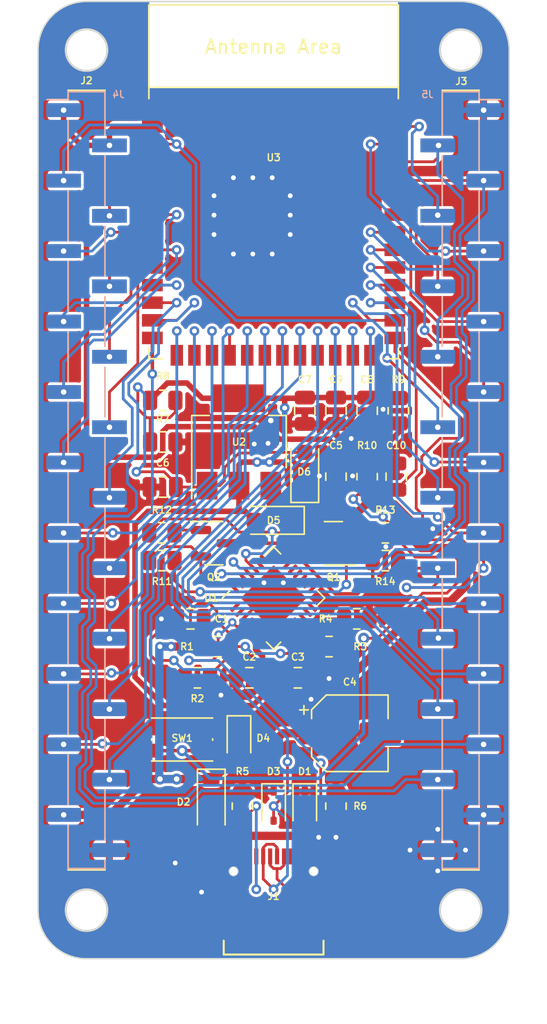
<source format=kicad_pcb>
(kicad_pcb (version 20240108) (generator "pcbnew") (generator_version "8.0")
  (layers (0 "F.Cu" signal) (31 "B.Cu" signal) (34 "B.Paste" user) (35 "F.Paste" user) (36 "B.SilkS" user "B.Silkscreen") (37 "F.SilkS" user "F.Silkscreen") (38 "B.Mask" user) (39 "F.Mask" user) (44 "Edge.Cuts" user))
  (net 0 "")
  (net 1 "D+")
  (net 2 "GND")
  (net 3 "D-")
  (net 4 "VBUS")
  (net 5 "Net-(D6-A)")
  (net 6 "3V3")
  (net 7 "VIN")
  (net 8 "Net-(J1-CC1)")
  (net 10 "Net-(J1-CC2)")
  (net 12 "Net-(Q1-B)")
  (net 13 "RTS")
  (net 14 "Net-(Q1-C)")
  (net 15 "Net-(Q2-B)")
  (net 16 "DTR")
  (net 17 "Net-(Q2-C)")
  (net 20 "Net-(U1-VBUS)")
  (net 21 "Net-(U1-~{RST})")
  (net 23 "Net-(U1-~{SUSPEND})")
  (net 36 "U0RXD")
  (net 37 "U0TXD")
  (net 39 "ESP_3V3")
  (net 40 "CHIP_PU")
  (net 41 "GPIO4")
  (net 42 "GPIO5")
  (net 43 "GPIO6")
  (net 44 "GPIO7")
  (net 45 "GPIO15")
  (net 46 "GPIO16")
  (net 47 "GPIO17")
  (net 48 "GPIO18")
  (net 49 "GPIO8")
  (net 50 "GPIO19")
  (net 51 "GPIO20")
  (net 52 "GPIO3")
  (net 53 "GPIO46")
  (net 54 "GPIO9")
  (net 55 "GPIO10")
  (net 56 "GPIO11")
  (net 57 "GPIO12")
  (net 58 "GPIO13")
  (net 59 "GPIO14")
  (net 60 "GPIO21")
  (net 61 "GPIO47")
  (net 62 "GPIO48")
  (net 63 "GPIO45")
  (net 64 "GPIO0")
  (net 65 "GPIO35")
  (net 66 "GPIO36")
  (net 67 "GPIO37")
  (net 68 "GPIO38")
  (net 69 "GPIO39")
  (net 70 "GPIO40")
  (net 71 "GPIO41")
  (net 72 "GPIO42")
  (net 73 "GPIO2")
  (net 74 "GPIO1")
  (footprint "Resistor_SMD:R_0805_2012Metric" (layer "F.Cu") (at 91.9375 117.8)
    (property "Reference" "R11")
    (property "Value" "10K")
  )
  (footprint "Button_Switch_SMD:SW_Push_1P1T_NO_CK_KMR2" (layer "F.Cu") (at 93.4 130.7 180)
    (property "Reference" "SW1")
    (property "Value" "switch")
  )
  (footprint "Package_DFN_QFN:QFN-28-1EP_5x5mm_P0.5mm_EP3.35x3.35mm" (layer "F.Cu") (at 100 120.5 45)
    (property "Reference" "U1")
    (property "Value" "CP2102N-Axx-xQFN28")
  )
  (footprint "Resistor_SMD:R_0805_2012Metric" (layer "F.Cu") (at 108.0625 115.8)
    (property "Reference" "R13")
    (property "Value" "0R")
  )
  (footprint "Resistor_SMD:R_0805_2012Metric" (layer "F.Cu") (at 91.9375 115.8)
    (property "Reference" "R12")
    (property "Value" "10K")
  )
  (footprint "Connector_PinSocket_2.54mm:PinSocket_1x22_P2.54mm_Vertical_SMD_Pin1Left" (layer "F.Cu") (at 86.5 112)
    (property "Reference" "J2")
    (property "Value" "Conn_01x22_Pin")
  )
  (footprint "Capacitor_SMD:C_0805_2012Metric" (layer "F.Cu") (at 94 122 180)
    (property "Reference" "C1")
    (property "Value" "10uF")
  )
  (footprint "Resistor_SMD:R_0805_2012Metric" (layer "F.Cu") (at 108.0625 117.8)
    (property "Reference" "R14")
    (property "Value" "0R")
  )
  (footprint "Diode_SMD:D_SOD-123" (layer "F.Cu") (at 95.5 135.2 -90)
    (property "Reference" "D2")
    (property "Value" "D_Schottky")
  )
  (footprint "Package_TO_SOT_SMD:SOT-223-3_TabPin2" (layer "F.Cu") (at 97.5 109.25 90)
    (property "Reference" "U2")
    (property "Value" "LM317_SOT-223")
  )
  (footprint "Diode_SMD:D_SOD-323" (layer "F.Cu") (at 97.5 130.6 -90)
    (property "Reference" "D4")
    (property "Value" "D_TVS")
  )
  (footprint "Diode_SMD:D_SOD-123F" (layer "F.Cu") (at 100 114.9 180)
    (property "Reference" "D5")
    (property "Value" "D")
  )
  (footprint "Capacitor_SMD:C_0805_2012Metric" (layer "F.Cu") (at 108.85 111.75 90)
    (property "Reference" "C10")
    (property "Value" "1uF")
  )
  (footprint "Connector_PinSocket_2.54mm:PinSocket_1x22_P2.54mm_Vertical_SMD_Pin1Right" (layer "F.Cu") (at 113.5 112)
    (property "Reference" "J3")
    (property "Value" "Conn_01x22_Pin")
  )
  (footprint "Resistor_SMD:R_0805_2012Metric" (layer "F.Cu") (at 96 124)
    (property "Reference" "R1")
    (property "Value" "22K1")
  )
  (footprint "Capacitor_SMD:C_0805_2012Metric" (layer "F.Cu") (at 102.25 107 -90)
    (property "Reference" "C7")
    (property "Value" "1uF")
  )
  (footprint "Package_TO_SOT_SMD:SOT-23" (layer "F.Cu") (at 104.3125 116.55 180)
    (property "Reference" "Q1")
    (property "Value" "BC817")
  )
  (footprint "Diode_SMD:D_SOD-123F" (layer "F.Cu") (at 102.25 111.4 90)
    (property "Reference" "D6")
    (property "Value" "D")
  )
  (footprint "Resistor_SMD:R_0805_2012Metric" (layer "F.Cu") (at 92 109.25)
    (property "Reference" "R7")
    (property "Value" "383R")
  )
  (footprint "Capacitor_SMD:C_0805_2012Metric" (layer "F.Cu") (at 104.5 107 -90)
    (property "Reference" "C9")
    (property "Value" "100nF")
  )
  (footprint "Resistor_SMD:R_0805_2012Metric" (layer "F.Cu") (at 106 122)
    (property "Reference" "R4")
    (property "Value" "10K")
  )
  (footprint "Capacitor_SMD:C_0805_2012Metric" (layer "F.Cu") (at 104.5 111.75 90)
    (property "Reference" "C5")
    (property "Value" "100nF")
  )
  (footprint "Capacitor_SMD:CP_Elec_5x5.8" (layer "F.Cu") (at 105.5 130.25)
    (property "Reference" "C4")
    (property "Value" "10uF")
  )
  (footprint "Capacitor_SMD:C_0805_2012Metric" (layer "F.Cu") (at 101.75 126.25)
    (property "Reference" "C3")
    (property "Value" "100nF")
  )
  (footprint "Package_TO_SOT_SMD:SOT-23" (layer "F.Cu") (at 95.6875 116.55)
    (property "Reference" "Q2")
    (property "Value" "BC817")
  )
  (footprint "Resistor_SMD:R_0805_2012Metric" (layer "F.Cu") (at 104.5 135.5 90)
    (property "Reference" "R6")
    (property "Value" "5k1")
  )
  (footprint "Resistor_SMD:R_0805_2012Metric" (layer "F.Cu") (at 104 124 180)
    (property "Reference" "R3")
    (property "Value" "10K")
  )
  (footprint "Diode_SMD:D_SOD-323" (layer "F.Cu") (at 102.25 135.5 -90)
    (property "Reference" "D1")
    (property "Value" "D_TVS")
  )
  (footprint "Capacitor_SMD:C_0805_2012Metric" (layer "F.Cu") (at 98.25 126.25 180)
    (property "Reference" "C2")
    (property "Value" "4.7uF")
  )
  (footprint "Resistor_SMD:R_0805_2012Metric" (layer "F.Cu") (at 94.5 126.25)
    (property "Reference" "R2")
    (property "Value" "47K5")
  )
  (footprint "Resistor_SMD:R_0805_2012Metric" (layer "F.Cu") (at 106.75 111.75 -90)
    (property "Reference" "R10")
    (property "Value" "10K")
  )
  (footprint "Resistor_SMD:R_0805_2012Metric" (layer "F.Cu") (at 92 106.25)
    (property "Reference" "R8")
    (property "Value" "240R")
  )
  (footprint "GCT_USB4110:CGT_USB4110" (layer "F.Cu") (at 100 140.2)
    (property "Reference" "J1")
    (property "Value" "USB4085-GF-A_REVB")
    (fp_circle (center -2.89 0) (end -2.565 0) (stroke (width 0.05)) (fill none) (layer "Edge.Cuts"))
    (fp_circle (center 2.89 0) (end 3.215 0) (stroke (width 0.05)) (fill none) (layer "Edge.Cuts"))
  )
  (footprint "Resistor_SMD:R_0805_2012Metric" (layer "F.Cu") (at 109 107 -90)
    (property "Reference" "R9")
    (property "Value" "0R")
  )
  (footprint "Resistor_SMD:R_0805_2012Metric" (layer "F.Cu") (at 97.75 135.5 90)
    (property "Reference" "R5")
    (property "Value" "5k1")
  )
  (footprint "Diode_SMD:D_SOD-323" (layer "F.Cu") (at 100 135.5 -90)
    (property "Reference" "D3")
    (property "Value" "D_TVS")
  )
  (footprint "Capacitor_SMD:C_0805_2012Metric" (layer "F.Cu") (at 106.75 107 -90)
    (property "Reference" "C8")
    (property "Value" "10uF")
  )
  (footprint "Espressif:ESP32-S3-WROOM-1" (layer "F.Cu") (at 100 93.5)
    (property "Reference" "U3")
    (property "Value" "ESP32-S3-WROOM-1")
  )
  (footprint "Capacitor_SMD:C_0805_2012Metric" (layer "F.Cu") (at 92 112.5 180)
    (property "Reference" "C6")
    (property "Value" "10uF")
  )
  (footprint "Connector_PinHeader_2.54mm:PinHeader_1x22_P2.54mm_Vertical_SMD_Pin1Right" (layer "B.Cu") (at 86.5 112 180)
    (property "Reference" "J4")
    (property "Value" "Conn_01x22_Pin")
  )
  (footprint "Connector_PinHeader_2.54mm:PinHeader_1x22_P2.54mm_Vertical_SMD_Pin1Left" (layer "B.Cu") (at 113.5 112 180)
    (property "Reference" "J5")
    (property "Value" "Conn_01x22_Pin")
  )
  (gr_line (start 117 81) (end 116.999999 142.999999) (stroke (width 0.1)) (layer "Edge.Cuts"))
  (gr_arc (start 116.999999 142.999999) (mid 115.974873 145.474873) (end 113.499999 146.499999) (stroke (width 0.1)) (layer "Edge.Cuts"))
  (gr_circle (center 86.5 81) (end 88 81) (stroke (width 0.15)) (fill none) (layer "Edge.Cuts"))
  (gr_arc (start 83 81) (mid 84.025126 78.525126) (end 86.5 77.5) (stroke (width 0.1)) (layer "Edge.Cuts"))
  (gr_circle (center 86.5 143) (end 88 143) (stroke (width 0.15)) (fill none) (layer "Edge.Cuts"))
  (gr_line (start 86.5 77.5) (end 113.5 77.5) (stroke (width 0.1)) (layer "Edge.Cuts"))
  (gr_circle (center 113.5 81) (end 115 81) (stroke (width 0.15)) (fill none) (layer "Edge.Cuts"))
  (gr_line (start 83.000001 142.999999) (end 83 81) (stroke (width 0.1)) (layer "Edge.Cuts"))
  (gr_arc (start 86.500001 146.499999) (mid 84.025127 145.474873) (end 83.000001 142.999999) (stroke (width 0.1)) (layer "Edge.Cuts"))
  (gr_line (start 113.499999 146.499999) (end 86.500001 146.499999) (stroke (width 0.1)) (layer "Edge.Cuts"))
  (gr_arc (start 113.5 77.5) (mid 115.974874 78.525126) (end 117 81) (stroke (width 0.1)) (layer "Edge.Cuts"))
  (gr_circle (center 113.5 143) (end 115 143) (stroke (width 0.15)) (fill none) (layer "Edge.Cuts"))
  (segment (start 100.25 140) (end 100.507522 140) (width 0.2) (layer "F.Cu") (net 1))
  (segment (start 96.029534 123.128627) (end 96 123.158161) (width 0.2) (layer "F.Cu") (net 1))
  (segment (start 96 123.158161) (end 96 124.584744) (width 0.2) (layer "F.Cu") (net 1))
  (segment (start 106.75 142) (end 101.5 142) (width 0.2) (layer "F.Cu") (net 1))
  (segment (start 99.75 139.757522) (end 99.992478 140) (width 0.2) (layer "F.Cu") (net 1))
  (segment (start 97.95 122.55) (end 97.318226 122.55) (width 0.2) (layer "F.Cu") (net 1))
  (segment (start 107.75 141) (end 106.75 142) (width 0.2) (layer "F.Cu") (net 1))
  (segment (start 93.889512 125) (end 93.889316 125.000196) (width 0.2) (layer "F.Cu") (net 1))
  (segment (start 100.507522 140) (end 100.75 139.757522) (width 0.2) (layer "F.Cu") (net 1))
  (segment (start 100.25 140.75) (end 100.25 140) (width 0.2) (layer "F.Cu") (net 1))
  (segment (start 100.75 139.757522) (end 100.75 139.125) (width 0.2) (layer "F.Cu") (net 1))
  (segment (start 105.75 135.5) (end 107.75 137.5) (width 0.2) (layer "F.Cu") (net 1))
  (segment (start 102.4625 136.4375) (end 103.4 135.5) (width 0.2) (layer "F.Cu") (net 1))
  (segment (start 96 124.584744) (end 95.584744 125) (width 0.2) (layer "F.Cu") (net 1))
  (segment (start 102.25 136.4375) (end 102.4625 136.4375) (width 0.2) (layer "F.Cu") (net 1))
  (segment (start 98.267588 122.232412) (end 97.95 122.55) (width 0.2) (layer "F.Cu") (net 1))
  (segment (start 99.992478 140) (end 100.25 140) (width 0.2) (layer "F.Cu") (net 1))
  (segment (start 103.4 135.5) (end 103.4 132.4) (width 0.2) (layer "F.Cu") (net 1))
  (segment (start 101.5 142) (end 100.25 140.75) (width 0.2) (layer "F.Cu") (net 1))
  (segment (start 95.584744 125) (end 93.889512 125) (width 0.2) (layer "F.Cu") (net 1))
  (segment (start 103.4 135.5) (end 105.75 135.5) (width 0.2) (layer "F.Cu") (net 1))
  (segment (start 97.318226 122.55) (end 97.020901 122.252675) (width 0.2) (layer "F.Cu") (net 1))
  (segment (start 99.75 139.125) (end 99.75 139.757522) (width 0.2) (layer "F.Cu") (net 1))
  (segment (start 107.75 137.5) (end 107.75 141) (width 0.2) (layer "F.Cu") (net 1))
  (via (at 97.020901 122.252675) (size 0.6) (drill 0.3) (layers "F.Cu" "B.Cu") (net 1))
  (via (at 96.029534 123.128627) (size 0.6) (drill 0.3) (layers "F.Cu" "B.Cu") (net 1))
  (via (at 103.4 132.4) (size 0.7) (drill 0.35) (layers "F.Cu" "B.Cu") (net 1))
  (via (at 93.889316 125.000196) (size 0.7) (drill 0.35) (layers "F.Cu" "B.Cu") (net 1))
  (segment (start 96.000196 125.000196) (end 103.4 132.4) (width 0.2) (layer "B.Cu") (net 1))
  (segment (start 93.889316 125.000196) (end 96.000196 125.000196) (width 0.2) (layer "B.Cu") (net 1))
  (segment (start 96.029534 123.128627) (end 96.144949 123.128627) (width 0.2) (layer "B.Cu") (net 1))
  (segment (start 96.144949 123.128627) (end 97.020901 122.252675) (width 0.2) (layer "B.Cu") (net 1))
  (segment (start 103.3 111.7) (end 103.6 111.7) (width 0.6) (layer "F.Cu") (net 2))
  (segment (start 105.4 111.7) (end 104.5 110.8) (width 0.6) (layer "F.Cu") (net 2))
  (segment (start 105.7 111.7) (end 105.4 111.7) (width 0.6) (layer "F.Cu") (net 2))
  (segment (start 97.914035 121.878858) (end 99.292893 120.5) (width 0.2) (layer "F.Cu") (net 2))
  (segment (start 99.292893 120.5) (end 100 120.5) (width 0.2) (layer "F.Cu") (net 2))
  (segment (start 95.465 139.125) (end 94.89 139.7) (width 0.6) (layer "F.Cu") (net 2))
  (segment (start 105.11 139.7) (end 105.11 138.36) (width 0.6) (layer "F.Cu") (net 2))
  (segment (start 103.2 137.8) (end 103.25 137.75) (width 0.6) (layer "F.Cu") (net 2))
  (segment (start 103.2 139.125) (end 104.535 139.125) (width 0.6) (layer "F.Cu") (net 2))
  (segment (start 104.535 139.125) (end 105.11 139.7) (width 0.6) (layer "F.Cu") (net 2))
  (segment (start 96.8 139.125) (end 95.465 139.125) (width 0.6) (layer "F.Cu") (net 2))
  (segment (start 103.6 111.7) (end 104.5 110.8) (width 0.6) (layer "F.Cu") (net 2))
  (segment (start 103.2 139.125) (end 103.2 137.8) (width 0.6) (layer "F.Cu") (net 2))
  (segment (start 105.11 138.36) (end 104.5 137.75) (width 0.6) (layer "F.Cu") (net 2))
  (via (at 113.845 138.67) (size 0.7) (drill 0.35) (layers "F.Cu" "B.Cu") (net 2))
  (via (at 92.9 139.6) (size 0.7) (drill 0.35) (layers "F.Cu" "B.Cu") (net 2))
  (via (at 115.155 136.13) (size 0.8) (drill 0.4) (layers "F.Cu" "B.Cu") (net 2))
  (via (at 98.5 95.7) (size 0.7) (drill 0.35) (layers "F.Cu" "B.Cu") (net 2))
  (via (at 98.6 109.4) (size 0.7) (drill 0.35) (layers "F.Cu" "B.Cu") (net 2))
  (via (at 103.25 137.75) (size 0.7) (drill 0.35) (layers "F.Cu" "B.Cu") (net 2))
  (via (at 97.1 90.2) (size 0.7) (drill 0.35) (layers "F.Cu" "B.Cu") (net 2))
  (via (at 99.3 119.4) (size 0.7) (drill 0.35) (layers "F.Cu" "B.Cu") (net 2))
  (via (at 95.7 92.9) (size 0.7) (drill 0.35) (layers "F.Cu" "B.Cu") (net 2))
  (via (at 105.7 111.7) (size 0.7) (drill 0.35) (layers "F.Cu" "B.Cu") (net 2))
  (via (at 96.2 127.5) (size 0.7) (drill 0.35) (layers "F.Cu" "B.Cu") (net 2))
  (via (at 97.1 95.7) (size 0.7) (drill 0.35) (layers "F.Cu" "B.Cu") (net 2))
  (via (at 101.2 92.9) (size 0.7) (drill 0.35) (layers "F.Cu" "B.Cu") (net 2))
  (via (at 101.2 91.5) (size 0.7) (drill 0.35) (layers "F.Cu" "B.Cu") (net 2))
  (via (at 105.6 109) (size 0.7) (drill 0.35) (layers "F.Cu" "B.Cu") (net 2))
  (via (at 94.8 141.7) (size 0.7) (drill 0.35) (layers "F.Cu" "B.Cu") (net 2))
  (via (at 108.1 116.8) (size 0.7) (drill 0.35) (layers "F.Cu" "B.Cu") (net 2))
  (via (at 102.7 127.8) (size 0.7) (drill 0.35) (layers "F.Cu" "B.Cu") (net 2))
  (via (at 111.845 137.17) (size 0.7) (drill 0.35) (layers "F.Cu" "B.Cu") (net 2))
  (via (at 95.7 94.3) (size 0.7) (drill 0.35) (layers "F.Cu" "B.Cu") (net 2))
  (via (at 107.9 106.9) (size 0.7) (drill 0.35) (layers "F.Cu" "B.Cu") (net 2))
  (via (at 104 126.3) (size 0.7) (drill 0.35) (layers "F.Cu" "B.Cu") (net 2))
  (via (at 111.845 140.17) (size 0.7) (drill 0.35) (layers "F.Cu" "B.Cu") (net 2))
  (via (at 101.2 94.3) (size 0.7) (drill 0.35) (layers "F.Cu" "B.Cu") (net 2))
  (via (at 111.48462 115.5) (size 0.7) (drill 0.35) (layers "F.Cu" "B.Cu") (net 2))
  (via (at 109.845 138.67) (size 0.7) (drill 0.35) (layers "F.Cu" "B.Cu") (net 2))
  (via (at 98.5 90.2) (size 0.7) (drill 0.35) (layers "F.Cu" "B.Cu") (net 2))
  (via (at 99.6 109.35) (size 0.7) (drill 0.35) (layers "F.Cu" "B.Cu") (net 2))
  (via (at 115.155 85.33) (size 0.8) (drill 0.4) (layers "F.Cu" "B.Cu") (net 2))
  (via (at 103.3 111.7) (size 0.7) (drill 0.35) (layers "F.Cu" "B.Cu") (net 2))
  (via (at 91.9 122) (size 0.7) (drill 0.35) (layers "F.Cu" "B.Cu") (net 2))
  (via (at 99.9 95.7) (size 0.7) (drill 0.35) (layers "F.Cu" "B.Cu") (net 2))
  (via (at 100.7 119.4) (size 0.7) (drill 0.35) (layers "F.Cu" "B.Cu") (net 2))
  (via (at 99.9 90.2) (size 0.7) (drill 0.35) (layers "F.Cu" "B.Cu") (net 2))
  (via (at 99.8 107.7) (size 0.8) (drill 0.4) (layers "F.Cu" "B.Cu") (net 2))
  (via (at 104.5 137.75) (size 0.7) (drill 0.35) (layers "F.Cu" "B.Cu") (net 2))
  (via (at 95.7 91.5) (size 0.7) (drill 0.35) (layers "F.Cu" "B.Cu") (net 2))
  (segment (start 94 122.559744) (end 94 121.440256) (width 0.2) (layer "F.Cu") (net 3))
  (segment (start 93.534744 123.025) (end 94 122.559744) (width 0.2) (layer "F.Cu") (net 3))
  (segment (start 99.25 140.75) (end 99.25 139.125) (width 0.2) (layer "F.Cu") (net 3))
  (segment (start 95.9 121.440256) (end 95.9 122.15) (width 0.2) (layer "F.Cu") (net 3))
  (segment (start 95.359744 120.9) (end 95.9 121.440256) (width 0.2) (layer "F.Cu") (net 3))
  (segment (start 99.492478 138.25) (end 100.007522 138.25) (width 0.2) (layer "F.Cu") (net 3))
  (segment (start 100 135.5) (end 100 136.4375) (width 0.2) (layer "F.Cu") (net 3))
  (segment (start 91.575 123.025) (end 93.534744 123.025) (width 0.2) (layer "F.Cu") (net 3))
  (segment (start 99.25 138.492478) (end 99.492478 138.25) (width 0.2) (layer "F.Cu") (net 3))
  (segment (start 91.500196 125.000196) (end 91.1 124.6) (width 0.2) (layer "F.Cu") (net 3))
  (segment (start 92.8 125.000196) (end 91.500196 125.000196) (width 0.2) (layer "F.Cu") (net 3))
  (segment (start 96.7 122.95) (end 98.257107 122.95) (width 0.2) (layer "F.Cu") (net 3))
  (segment (start 95.9 122.15) (end 96.7 122.95) (width 0.2) (layer "F.Cu") (net 3))
  (segment (start 100 135.5) (end 101 134.5) (width 0.2) (layer "F.Cu") (net 3))
  (segment (start 101 134.5) (end 101 132.3) (width 0.2) (layer "F.Cu") (net 3))
  (segment (start 94 121.440256) (end 94.540256 120.9) (width 0.2) (layer "F.Cu") (net 3))
  (segment (start 91.1 124.6) (end 91.1 123.5) (width 0.2) (layer "F.Cu") (net 3))
  (segment (start 100.25 138.492478) (end 100.25 139.125) (width 0.2) (layer "F.Cu") (net 3))
  (segment (start 94.540256 120.9) (end 95.359744 120.9) (width 0.2) (layer "F.Cu") (net 3))
  (segment (start 98.257107 122.95) (end 98.621142 122.585965) (width 0.2) (layer "F.Cu") (net 3))
  (segment (start 91.1 123.5) (end 91.575 123.025) (width 0.2) (layer "F.Cu") (net 3))
  (segment (start 100 141.5) (end 99.25 140.75) (width 0.2) (layer "F.Cu") (net 3))
  (segment (start 100.25 138.492478) (end 100.007522 138.25) (width 0.2) (layer "F.Cu") (net 3))
  (segment (start 99.25 139.125) (end 99.25 138.492478) (width 0.2) (layer "F.Cu") (net 3))
  (via (at 101 132.3) (size 0.7) (drill 0.35) (layers "F.Cu" "B.Cu") (net 3))
  (via (at 92.8 125.000196) (size 0.7) (drill 0.35) (layers "F.Cu" "B.Cu") (net 3))
  (via (at 100 135.5) (size 0.7) (drill 0.35) (layers "F.Cu" "B.Cu") (net 3))
  (via (at 100 141.5) (size 0.7) (drill 0.35) (layers "F.Cu" "B.Cu") (net 3))
  (segment (start 96.05 125.65) (end 101 130.6) (width 0.2) (layer "B.Cu") (net 3))
  (segment (start 93.449804 125.65) (end 96.05 125.65) (width 0.2) (layer "B.Cu") (net 3))
  (segment (start 101 136.5) (end 101 140.5) (width 0.2) (layer "B.Cu") (net 3))
  (segment (start 101 140.5) (end 100 141.5) (width 0.2) (layer "B.Cu") (net 3))
  (segment (start 92.8 125.000196) (end 93.449804 125.65) (width 0.2) (layer "B.Cu") (net 3))
  (segment (start 100 135.5) (end 101 136.5) (width 0.2) (layer "B.Cu") (net 3))
  (segment (start 101 130.6) (end 101 132.3) (width 0.2) (layer "B.Cu") (net 3))
  (segment (start 97.6 137.792478) (end 97.75 137.642478) (width 0.6) (layer "F.Cu") (net 4))
  (segment (start 97.6 139.125) (end 97.6 137.792478) (width 0.6) (layer "F.Cu") (net 4))
  (segment (start 102.4 138.359634) (end 102.4 139.125) (width 0.6) (layer "F.Cu") (net 4))
  (segment (start 95.5 137.25) (end 95.892478 137.642478) (width 0.6) (layer "F.Cu") (net 4))
  (segment (start 101.682844 137.642478) (end 102.4 138.359634) (width 0.6) (layer "F.Cu") (net 4))
  (segment (start 97.75 137.642478) (end 101.682844 137.642478) (width 0.6) (layer "F.Cu") (net 4))
  (segment (start 95.892478 137.642478) (end 97.75 137.642478) (width 0.6) (layer "F.Cu") (net 4))
  (segment (start 90.840256 107.5) (end 91.1 107.5) (width 0.2) (layer "F.Cu") (net 5))
  (segment (start 91.0875 109.25) (end 91.0875 107.5125) (width 0.2) (layer "F.Cu") (net 5))
  (segment (start 92.95 112.25) (end 92.95 112.5) (width 0.2) (layer "F.Cu") (net 5))
  (segment (start 92.1 111.4) (end 92.95 112.25) (width 0.2) (layer "F.Cu") (net 5))
  (segment (start 96.1 112.4) (end 96.45 112.05) (width 0.2) (layer "F.Cu") (net 5))
  (segment (start 99.119239 110) (end 102.25 110) (width 0.2) (layer "F.Cu") (net 5))
  (segment (start 96.45 112.05) (end 96.45 111.1) (width 0.2) (layer "F.Cu") (net 5))
  (segment (start 92.5 107.5) (end 92.9125 107.0875) (width 0.2) (layer "F.Cu") (net 5))
  (segment (start 90.198911 105.297705) (end 90.198911 106.858655) (width 0.2) (layer "F.Cu") (net 5))
  (segment (start 95.2 112.4) (end 96.1 112.4) (width 0.2) (layer "F.Cu") (net 5))
  (segment (start 95.1 112.5) (end 95.2 112.4) (width 0.2) (layer "F.Cu") (net 5))
  (segment (start 90.198911 106.858655) (end 90.840256 107.5) (width 0.2) (layer "F.Cu") (net 5))
  (segment (start 92.9125 107.0875) (end 92.9125 106.25) (width 0.2) (layer "F.Cu") (net 5))
  (segment (start 91.0875 107.5125) (end 91.1 107.5) (width 0.2) (layer "F.Cu") (net 5))
  (segment (start 96.45 111.1) (end 97.5 110.05) (width 0.2) (layer "F.Cu") (net 5))
  (segment (start 92.95 112.5) (end 95.1 112.5) (width 0.2) (layer "F.Cu") (net 5))
  (segment (start 90.1 111.4) (end 92.1 111.4) (width 0.2) (layer "F.Cu") (net 5))
  (segment (start 99.069239 110.05) (end 99.119239 110) (width 0.2) (layer "F.Cu") (net 5))
  (segment (start 97.5 110.05) (end 99.069239 110.05) (width 0.2) (layer "F.Cu") (net 5))
  (segment (start 91.1 107.5) (end 92.5 107.5) (width 0.2) (layer "F.Cu") (net 5))
  (via (at 90.1 111.4) (size 0.7) (drill 0.35) (layers "F.Cu" "B.Cu") (net 5))
  (via (at 90.198911 105.297705) (size 0.7) (drill 0.35) (layers "F.Cu" "B.Cu") (net 5))
  (segment (start 90.7 110.8) (end 90.7 105.798794) (width 0.2) (layer "B.Cu") (net 5))
  (segment (start 90.7 105.798794) (end 90.198911 105.297705) (width 0.2) (layer "B.Cu") (net 5))
  (segment (start 90.1 111.4) (end 90.7 110.8) (width 0.2) (layer "B.Cu") (net 5))
  (segment (start 97.5 106.1) (end 100.8 106.1) (width 0.4) (layer "F.Cu") (net 6))
  (segment (start 99.2 126.25) (end 99.2 127.55) (width 0.4) (layer "F.Cu") (net 6))
  (segment (start 98.7 124.2) (end 98.7 123.55) (width 0.4) (layer "F.Cu") (net 6))
  (segment (start 98.8 110.7) (end 97.7 110.7) (width 0.4) (layer "F.Cu") (net 6))
  (segment (start 101 111) (end 101 112.25) (width 0.4) (layer "F.Cu") (net 6))
  (segment (start 99.2 126.25) (end 99.2 124.7) (width 0.4) (layer "F.Cu") (net 6))
  (segment (start 92.3375 105) (end 91.0875 106.25) (width 0.4) (layer "F.Cu") (net 6))
  (segment (start 100.7 110.7) (end 101 111) (width 0.4) (layer "F.Cu") (net 6))
  (segment (start 94.85 106.1) (end 93.75 105) (width 0.4) (layer "F.Cu") (net 6))
  (segment (start 93.75 105) (end 92.3375 105) (width 0.4) (layer "F.Cu") (net 6))
  (segment (start 97.5 106.1) (end 94.85 106.1) (width 0.4) (layer "F.Cu") (net 6))
  (segment (start 90.936334 114.25) (end 97.5 114.25) (width 0.4) (layer "F.Cu") (net 6))
  (segment (start 100.8 106.1) (end 102.2 106.1) (width 0.4) (layer "F.Cu") (net 6))
  (segment (start 98.6 114.9) (end 97.95 114.25) (width 0.4) (layer "F.Cu") (net 6))
  (segment (start 99.2 127.55) (end 98.5 128.25) (width 0.4) (layer "F.Cu") (net 6))
  (segment (start 99.7 110.7) (end 100.7 110.7) (width 0.4) (layer "F.Cu") (net 6))
  (segment (start 98.5 128.25) (end 92.05 128.25) (width 0.4) (layer "F.Cu") (net 6))
  (segment (start 99.2 126.25) (end 100.8 126.25) (width 0.4) (layer "F.Cu") (net 6))
  (segment (start 97.7 110.7) (end 97.5 110.9) (width 0.4) (layer "F.Cu") (net 6))
  (segment (start 101.925 125.125) (end 103.7875 125.125) (width 0.4) (layer "F.Cu") (net 6))
  (segment (start 103.7875 125.125) (end 104.9125 124) (width 0.4) (layer "F.Cu") (net 6))
  (segment (start 97.95 114.25) (end 97.5 114.25) (width 0.4) (layer "F.Cu") (net 6))
  (segment (start 100.8 126.25) (end 101.925 125.125) (width 0.4) (layer "F.Cu") (net 6))
  (segment (start 100.8 106.8) (end 100.8 106.1) (width 0.4) (layer "F.Cu") (net 6))
  (segment (start 101 112.25) (end 101.4375 112.6875) (width 0.4) (layer "F.Cu") (net 6))
  (segment (start 92.05 128.25) (end 90 126.2) (width 0.4) (layer "F.Cu") (net 6))
  (segment (start 98.974695 122.939518) (end 98.974695 123.275305) (width 0.2) (layer "F.Cu") (net 6))
  (segment (start 97.5 114.25) (end 97.5 112.4) (width 0.4) (layer "F.Cu") (net 6))
  (segment (start 102.25 106.05) (end 108.9625 106.05) (width 0.4) (layer "F.Cu") (net 6))
  (segment (start 102.2 106.1) (end 102.25 106.05) (width 0.4) (layer "F.Cu") (net 6))
  (segment (start 99.328249 123.293072) (end 98.956928 123.293072) (width 0.2) (layer "F.Cu") (net 6))
  (segment (start 98.7 123.55) (end 98.956928 123.293072) (width 0.4) (layer "F.Cu") (net 6))
  (segment (start 97.5 110.9) (end 97.5 112.4) (width 0.4) (layer "F.Cu") (net 6))
  (segment (start 90 126.2) (end 90 115.186334) (width 0.4) (layer "F.Cu") (net 6))
  (segment (start 108.9625 106.05) (end 109 106.0875) (width 0.4) (layer "F.Cu") (net 6))
  (segment (start 99.2 124.7) (end 98.7 124.2) (width 0.4) (layer "F.Cu") (net 6))
  (segment (start 90 115.186334) (end 90.936334 114.25) (width 0.4) (layer "F.Cu") (net 6))
  (segment (start 101.4375 112.6875) (end 102.25 112.6875) (width 0.4) (layer "F.Cu") (net 6))
  (segment (start 98.974695 123.275305) (end 98.956928 123.293072) (width 0.2) (layer "F.Cu") (net 6))
  (via (at 99.7 110.7) (size 0.7) (drill 0.35) (layers "F.Cu" "B.Cu") (net 6))
  (via (at 100.8 106.8) (size 0.7) (drill 0.35) (layers "F.Cu" "B.Cu") (net 6))
  (via (at 98.8 110.7) (size 0.7) (drill 0.35) (layers "F.Cu" "B.Cu") (net 6))
  (segment (start 99.7 110.7) (end 98.8 110.7) (width 0.4) (layer "B.Cu") (net 6))
  (segment (start 99.7 110.7) (end 100.8 109.6) (width 0.4) (layer "B.Cu") (net 6))
  (segment (start 100.8 109.6) (end 100.8 106.8) (width 0.4) (layer "B.Cu") (net 6))
  (segment (start 103.3 128.45) (end 103.3 130.25) (width 0.6) (layer "F.Cu") (net 7))
  (segment (start 99.8 114.3) (end 99.8 112.4) (width 0.6) (layer "F.Cu") (net 7))
  (segment (start 90.8 133.55) (end 88.22 136.13) (width 0.6) (layer "F.Cu") (net 7))
  (segment (start 104.5 112.7) (end 104.5 114.27) (width 0.6) (layer "F.Cu") (net 7))
  (segment (start 109.9875 115.032412) (end 109.9875 116.2375) (width 0.6) (layer "F.Cu") (net 7))
  (segment (start 95.65 133.55) (end 95.5 133.55) (width 0.6) (layer "F.Cu") (net 7))
  (segment (start 100.4 114.9) (end 99.8 114.3) (width 0.6) (layer "F.Cu") (net 7))
  (segment (start 106.642793 113.75) (end 108.705088 113.75) (width 0.6) (layer "F.Cu") (net 7))
  (segment (start 99.25 131.65) (end 97.55 131.65) (width 0.6) (layer "F.Cu") (net 7))
  (segment (start 97.55 131.65) (end 95.65 133.55) (width 0.6) (layer "F.Cu") (net 7))
  (segment (start 112.75 120.75) (end 111 120.75) (width 0.6) (layer "F.Cu") (net 7))
  (segment (start 94.95 122) (end 94.95 123.8625) (width 0.6) (layer "F.Cu") (net 7))
  (segment (start 95.0875 124) (end 91.8 124) (width 0.6) (layer "F.Cu") (net 7))
  (segment (start 100.65 130.25) (end 99.25 131.65) (width 0.6) (layer "F.Cu") (net 7))
  (segment (start 111 120.75) (end 103.3 128.45) (width 0.6) (layer "F.Cu") (net 7))
  (segment (start 88.22 136.13) (end 84.845 136.13) (width 0.6) (layer "F.Cu") (net 7))
  (segment (start 104.5 114.27) (end 106.122793 114.27) (width 0.6) (layer "F.Cu") (net 7))
  (segment (start 113.3 116.9) (end 113.9 117.5) (width 0.6) (layer "F.Cu") (net 7))
  (segment (start 108.705088 113.75) (end 109.9875 115.032412) (width 0.6) (layer "F.Cu") (net 7))
  (segment (start 94.95 123.8625) (end 95.0875 124) (width 0.6) (layer "F.Cu") (net 7))
  (segment (start 113.9 119.6) (end 112.75 120.75) (width 0.6) (layer "F.Cu") (net 7))
  (segment (start 102.6 114.9) (end 101.4 114.9) (width 0.6) (layer "F.Cu") (net 7))
  (segment (start 103.3 130.25) (end 100.65 130.25) (width 0.6) (layer "F.Cu") (net 7))
  (segment (start 113.9 117.5) (end 113.9 119.6) (width 0.6) (layer "F.Cu") (net 7))
  (segment (start 103.23 114.27) (end 102.6 114.9) (width 0.6) (layer "F.Cu") (net 7))
  (segment (start 109.9875 116.2375) (end 110.65 116.9) (width 0.6) (layer "F.Cu") (net 7))
  (segment (start 110.65 116.9) (end 113.3 116.9) (width 0.6) (layer "F.Cu") (net 7))
  (segment (start 104.5 114.27) (end 103.23 114.27) (width 0.6) (layer "F.Cu") (net 7))
  (segment (start 106.122793 114.27) (end 106.642793 113.75) (width 0.6) (layer "F.Cu") (net 7))
  (segment (start 101.4 114.9) (end 100.4 114.9) (width 0.6) (layer "F.Cu") (net 7))
  (segment (start 95.5 133.55) (end 90.8 133.55) (width 0.6) (layer "F.Cu") (net 7))
  (via (at 93 133.55) (size 0.8) (drill 0.4) (layers "F.Cu" "B.Cu") (net 7))
  (via (at 84.85 136.13) (size 0.8) (drill 0.4) (layers "F.Cu" "B.Cu") (net 7))
  (via (at 92.6 124) (size 0.7) (drill 0.35) (layers "F.Cu" "B.Cu") (net 7))
  (via (at 91.8 133.55) (size 0.8) (drill 0.4) (layers "F.Cu" "B.Cu") (net 7))
  (via (at 91.8 124) (size 0.7) (drill 0.35) (layers "F.Cu" "B.Cu") (net 7))
  (segment (start 91.8 124) (end 92.6 124) (width 0.6) (layer "B.Cu") (net 7))
  (segment (start 91.75 133.5) (end 91.75 124.05) (width 0.6) (layer "B.Cu") (net 7))
  (segment (start 91.8 133.55) (end 91.75 133.5) (width 0.6) (layer "B.Cu") (net 7))
  (segment (start 91.8 133.55) (end 93 133.55) (width 0.6) (layer "B.Cu") (net 7))
  (segment (start 91.75 124.05) (end 91.8 124) (width 0.6) (layer "B.Cu") (net 7))
  (segment (start 97.75 136.4125) (end 97.8375 136.4125) (width 0.2) (layer "F.Cu") (net 8))
  (segment (start 98.75 141.5) (end 98.75 139.125) (width 0.2) (layer "F.Cu") (net 8))
  (segment (start 97.8375 136.4125) (end 98.75 135.5) (width 0.2) (layer "F.Cu") (net 8))
  (via (at 98.75 141.5) (size 0.7) (drill 0.35) (layers "F.Cu" "B.Cu") (net 8))
  (via (at 98.75 135.5) (size 0.7) (drill 0.35) (layers "F.Cu" "B.Cu") (net 8))
  (segment (start 98.75 135.5) (end 98.75 141.5) (width 0.2) (layer "B.Cu") (net 8))
  (segment (start 107 140.75) (end 106.5 141.25) (width 0.2) (layer "F.Cu") (net 10))
  (segment (start 101.75 140) (end 101.75 139.125) (width 0.2) (layer "F.Cu") (net 10))
  (segment (start 106.5 141.25) (end 103 141.25) (width 0.2) (layer "F.Cu") (net 10))
  (segment (start 103 141.25) (end 101.75 140) (width 0.2) (layer "F.Cu") (net 10))
  (segment (start 104.5 136.4125) (end 107 138.9125) (width 0.2) (layer "F.Cu") (net 10))
  (segment (start 107 138.9125) (end 107 140.75) (width 0.2) (layer "F.Cu") (net 10))
  (segment (start 92.85 119.25) (end 92.85 117.8) (width 0.2) (layer "F.Cu") (net 12))
  (segment (start 94.7 120.05) (end 93.65 120.05) (width 0.2) (layer "F.Cu") (net 12))
  (segment (start 105.25 119.525) (end 105.25 117.5) (width 0.2) (layer "F.Cu") (net 12))
  (segment (start 93.65 120.05) (end 92.85 119.25) (width 0.2) (layer "F.Cu") (net 12))
  (via (at 105.25 119.525) (size 0.7) (drill 0.35) (layers "F.Cu" "B.Cu") (net 12))
  (via (at 94.7 120.05) (size 0.7) (drill 0.35) (layers "F.Cu" "B.Cu") (net 12))
  (segment (start 94.7 120.05) (end 104.725 120.05) (width 0.2) (layer "B.Cu") (net 12))
  (segment (start 104.725 120.05) (end 105.25 119.525) (width 0.2) (layer "B.Cu") (net 12))
  (segment (start 102.8 115.8) (end 100 115.8) (width 0.2) (layer "F.Cu") (net 13))
  (segment (start 98 117.792893) (end 98 117.3) (width 0.2) (layer "F.Cu") (net 13))
  (segment (start 98.621142 118.414035) (end 98 117.792893) (width 0.2) (layer "F.Cu") (net 13))
  (segment (start 92.025 114.8) (end 91.025 115.8) (width 0.2) (layer "F.Cu") (net 13))
  (segment (start 99.9 115.7) (end 99.85 115.75) (width 0.2) (layer "F.Cu") (net 13))
  (segment (start 105.25 115.6) (end 103 115.6) (width 0.2) (layer "F.Cu") (net 13))
  (segment (start 96.55 114.8) (end 92.025 114.8) (width 0.2) (layer "F.Cu") (net 13))
  (segment (start 100 115.8) (end 99.9 115.7) (width 0.25) (layer "F.Cu") (net 13))
  (segment (start 97.5 115.75) (end 96.55 114.8) (width 0.2) (layer "F.Cu") (net 13))
  (segment (start 99.85 115.75) (end 97.5 115.75) (width 0.2) (layer "F.Cu") (net 13))
  (segment (start 103 115.6) (end 102.8 115.8) (width 0.2) (layer "F.Cu") (net 13))
  (via (at 99.9 115.7) (size 0.7) (drill 0.35) (layers "F.Cu" "B.Cu") (net 13))
  (via (at 98 117.3) (size 0.7) (drill 0.35) (layers "F.Cu" "B.Cu") (net 13))
  (segment (start 99.9 116.6) (end 99.2 117.3) (width 0.2) (layer "B.Cu") (net 13))
  (segment (start 99.9 115.7) (end 99.9 116.6) (width 0.2) (layer "B.Cu") (net 13))
  (segment (start 99.2 117.3) (end 98 117.3) (width 0.2) (layer "B.Cu") (net 13))
  (segment (start 103.375 116.55) (end 106.4 116.55) (width 0.2) (layer "F.Cu") (net 14))
  (segment (start 106.4 116.55) (end 107.15 115.8) (width 0.2) (layer "F.Cu") (net 14))
  (segment (start 93.05 115.6) (end 92.85 115.8) (width 0.2) (layer "F.Cu") (net 15))
  (segment (start 94.75 115.6) (end 93.05 115.6) (width 0.2) (layer "F.Cu") (net 15))
  (segment (start 92.025 116.8) (end 91.025 117.8) (width 0.2) (layer "F.Cu") (net 16))
  (segment (start 94.75 117.5) (end 94.05 116.8) (width 0.2) (layer "F.Cu") (net 16))
  (segment (start 94.75 119) (end 94.75 117.5) (width 0.2) (layer "F.Cu") (net 16))
  (segment (start 96.878679 119.5) (end 95.25 119.5) (width 0.2) (layer "F.Cu") (net 16))
  (segment (start 94.05 116.8) (end 92.025 116.8) (width 0.2) (layer "F.Cu") (net 16))
  (segment (start 97.206928 119.828249) (end 96.878679 119.5) (width 0.2) (layer "F.Cu") (net 16))
  (segment (start 95.25 119.5) (end 94.75 119) (width 0.2) (layer "F.Cu") (net 16))
  (segment (start 104.45 120.2) (end 106.05 120.2) (width 0.25) (layer "F.Cu") (net 17))
  (segment (start 100.8 116.55) (end 104.45 120.2) (width 0.25) (layer "F.Cu") (net 17))
  (segment (start 107.15 119.1) (end 107.15 117.8) (width 0.25) (layer "F.Cu") (net 17))
  (segment (start 96.625 116.55) (end 100.8 116.55) (width 0.25) (layer "F.Cu") (net 17))
  (segment (start 106.05 120.2) (end 107.15 119.1) (width 0.25) (layer "F.Cu") (net 17))
  (segment (start 96.9125 124.54375) (end 95.4125 126.04375) (width 0.2) (layer "F.Cu") (net 20))
  (segment (start 97.912829 124) (end 96.9125 124) (width 0.2) (layer "F.Cu") (net 20))
  (segment (start 96.9125 124) (end 96.9125 124.54375) (width 0.2) (layer "F.Cu") (net 20))
  (segment (start 101.25 123.871321) (end 101.25 124.25) (width 0.2) (layer "F.Cu") (net 20))
  (segment (start 101 124.5) (end 100.5 124.5) (width 0.2) (layer "F.Cu") (net 20))
  (segment (start 95.4125 126.04375) (end 95.4125 126.25) (width 0.2) (layer "F.Cu") (net 20))
  (segment (start 100.671751 123.293072) (end 101.25 123.871321) (width 0.2) (layer "F.Cu") (net 20))
  (segment (start 101.25 124.25) (end 101 124.5) (width 0.2) (layer "F.Cu") (net 20))
  (via (at 97.95 124) (size 0.7) (drill 0.35) (layers "F.Cu" "B.Cu") (net 20))
  (via (at 100.5 124.5) (size 0.7) (drill 0.35) (layers "F.Cu" "B.Cu") (net 20))
  (segment (start 98.487171 124.5) (end 100.5 124.5) (width 0.2) (layer "B.Cu") (net 20))
  (segment (start 97.95 123.962829) (end 98.487171 124.5) (width 0.2) (layer "B.Cu") (net 20))
  (segment (start 102.085787 124) (end 101.025305 122.939518) (width 0.2) (layer "F.Cu") (net 21))
  (segment (start 103.0875 124) (end 102.085787 124) (width 0.2) (layer "F.Cu") (net 21))
  (segment (start 105.0875 122) (end 103.75 122) (width 0.2) (layer "F.Cu") (net 23))
  (segment (start 102.025425 122.525425) (end 101.732412 122.232412) (width 0.2) (layer "F.Cu") (net 23))
  (segment (start 103.224575 122.525425) (end 102.025425 122.525425) (width 0.2) (layer "F.Cu") (net 23))
  (segment (start 103.75 122) (end 103.224575 122.525425) (width 0.2) (layer "F.Cu") (net 23))
  (segment (start 97.542893 118.75) (end 97.914035 119.121142) (width 0.2) (layer "F.Cu") (net 36))
  (segment (start 108.83 90.4) (end 115.145 90.4) (width 0.2) (layer "F.Cu") (net 36))
  (segment (start 115.145 90.4) (end 115.155 90.41) (width 0.2) (layer "F.Cu") (net 36))
  (segment (start 108.83 90.4) (end 108.75 90.32) (width 0.2) (layer "F.Cu") (net 36))
  (segment (start 96.25 118.75) (end 97.542893 118.75) (width 0.2) (layer "F.Cu") (net 36))
  (via (at 115.155 90.41) (size 0.8) (drill 0.4) (layers "F.Cu" "B.Cu") (net 36))
  (via (at 96.25 118.75) (size 0.7) (drill 0.35) (layers "F.Cu" "B.Cu") (net 36))
  (segment (start 115.155 92.560685) (end 115.155 90.41) (width 0.2) (layer "B.Cu") (net 36))
  (segment (start 113.8 114.934925) (end 113.8 112.304314) (width 0.2) (layer "B.Cu") (net 36))
  (segment (start 96.25 118.75) (end 107.634925 118.75) (width 0.2) (layer "B.Cu") (net 36))
  (segment (start 113.1 109.855686) (end 113.8 109.155686) (width 0.2) (layer "B.Cu") (net 36))
  (segment (start 113.6 99.846726) (end 114.425 99.021726) (width 0.2) (layer "B.Cu") (net 36))
  (segment (start 113.9 104.55) (end 113.9 101.67) (width 0.2) (layer "B.Cu") (net 36))
  (segment (start 113.2 105.25) (end 113.9 104.55) (width 0.2) (layer "B.Cu") (net 36))
  (segment (start 113.9 101.67) (end 113.6 101.37) (width 0.2) (layer "B.Cu") (net 36))
  (segment (start 113.8 112.304314) (end 113.1 111.604314) (width 0.2) (layer "B.Cu") (net 36))
  (segment (start 113.8 107.224314) (end 113.2 106.624314) (width 0.2) (layer "B.Cu") (net 36))
  (segment (start 113.45 94.265685) (end 115.155 92.560685) (width 0.2) (layer "B.Cu") (net 36))
  (segment (start 108.984925 117.4) (end 111.334925 117.4) (width 0.2) (layer "B.Cu") (net 36))
  (segment (start 107.634925 118.75) (end 108.984925 117.4) (width 0.2) (layer "B.Cu") (net 36))
  (segment (start 113.1 111.604314) (end 113.1 109.855686) (width 0.2) (layer "B.Cu") (net 36))
  (segment (start 114.425 97.038274) (end 113.449999 96.063273) (width 0.2) (layer "B.Cu") (net 36))
  (segment (start 113.6 101.37) (end 113.6 99.846726) (width 0.2) (layer "B.Cu") (net 36))
  (segment (start 113.2 106.624314) (end 113.2 105.25) (width 0.2) (layer "B.Cu") (net 36))
  (segment (start 113.449999 96.063273) (end 113.45 94.265685) (width 0.2) (layer "B.Cu") (net 36))
  (segment (start 111.334925 117.4) (end 113.8 114.934925) (width 0.2) (layer "B.Cu") (net 36))
  (segment (start 114.425 99.021726) (end 114.425 97.038274) (width 0.2) (layer "B.Cu") (net 36))
  (segment (start 113.8 109.155686) (end 113.8 107.224314) (width 0.2) (layer "B.Cu") (net 36))
  (segment (start 111.55 89.05) (end 111.845 88.755) (width 0.2) (layer "F.Cu") (net 37))
  (segment (start 111.845 87.87) (end 111.9 87.87) (width 0.2) (layer "F.Cu") (net 37))
  (segment (start 97.85 118.35) (end 98.267588 118.767588) (width 0.2) (layer "F.Cu") (net 37))
  (segment (start 97.55 118.35) (end 97.85 118.35) (width 0.2) (layer "F.Cu") (net 37))
  (segment (start 108.75 89.05) (end 111.55 89.05) (width 0.2) (layer "F.Cu") (net 37))
  (segment (start 97.1 117.9) (end 97.55 118.35) (width 0.2) (layer "F.Cu") (net 37))
  (segment (start 111.845 88.755) (end 111.845 87.87) (width 0.2) (layer "F.Cu") (net 37))
  (via (at 97.1 117.9) (size 0.7) (drill 0.35) (layers "F.Cu" "B.Cu") (net 37))
  (via (at 111.9 87.87) (size 0.8) (drill 0.4) (layers "F.Cu" "B.Cu") (net 37))
  (segment (start 97.1 117.9) (end 97.55 118.35) (width 0.2) (layer "B.Cu") (net 37))
  (segment (start 112.8 106.79) (end 112.8 105.084314) (width 0.2) (layer "B.Cu") (net 37))
  (segment (start 113.65 91.75) (end 111.845 89.945) (width 0.2) (layer "B.Cu") (net 37))
  (segment (start 113.65 93.5) (end 113.65 91.75) (width 0.2) (layer "B.Cu") (net 37))
  (segment (start 111.845 89.945) (end 111.845 87.87) (width 0.2) (layer "B.Cu") (net 37))
  (segment (start 112.8 105.084314) (end 113.5 104.384314) (width 0.2) (layer "B.Cu") (net 37))
  (segment (start 113.05 96.22896) (end 113.05 94.1) (width 0.2) (layer "B.Cu") (net 37))
  (segment (start 114.025 98.85604) (end 114.025 97.20396) (width 0.2) (layer "B.Cu") (net 37))
  (segment (start 113.05 94.1) (end 113.65 93.5) (width 0.2) (layer "B.Cu") (net 37))
  (segment (start 112.7 109.69) (end 113.4 108.99) (width 0.2) (layer "B.Cu") (net 37))
  (segment (start 113.4 107.39) (end 112.8 106.79) (width 0.2) (layer "B.Cu") (net 37))
  (segment (start 113.4 114.769239) (end 113.4 112.47) (width 0.2) (layer "B.Cu") (net 37))
  (segment (start 113.5 104.384314) (end 113.5 101.835686) (width 0.2) (layer "B.Cu") (net 37))
  (segment (start 111.169239 117) (end 113.4 114.769239) (width 0.2) (layer "B.Cu") (net 37))
  (segment (start 113.5 101.835686) (end 113.2 101.535686) (width 0.2) (layer "B.Cu") (net 37))
  (segment (start 113.4 108.99) (end 113.4 107.39) (width 0.2) (layer "B.Cu") (net 37))
  (segment (start 114.025 97.20396) (end 113.05 96.22896) (width 0.2) (layer "B.Cu") (net 37))
  (segment (start 107.469239 118.35) (end 108.819239 117) (width 0.2) (layer "B.Cu") (net 37))
  (segment (start 108.819239 117) (end 111.169239 117) (width 0.2) (layer "B.Cu") (net 37))
  (segment (start 113.2 99.68104) (end 114.025 98.85604) (width 0.2) (layer "B.Cu") (net 37))
  (segment (start 112.7 111.77) (end 112.7 109.69) (width 0.2) (layer "B.Cu") (net 37))
  (segment (start 97.55 118.35) (end 107.469239 118.35) (width 0.2) (layer "B.Cu") (net 37))
  (segment (start 113.4 112.47) (end 112.7 111.77) (width 0.2) (layer "B.Cu") (net 37))
  (segment (start 113.2 101.535686) (end 113.2 99.68104) (width 0.2) (layer "B.Cu") (net 37))
  (segment (start 99.860661 108.5) (end 100.35 108.989339) (width 0.4) (layer "F.Cu") (net 39))
  (segment (start 98.960661 108.5) (end 99.860661 108.5) (width 0.4) (layer "F.Cu") (net 39))
  (segment (start 88.49 86.51) (end 88.155 86.845) (width 0.4) (layer "F.Cu") (net 39))
  (segment (start 92 109.976166) (end 92 108.5) (width 0.4) (layer "F.Cu") (net 39))
  (segment (start 86.5 87.87) (end 88.155 87.87) (width 0.4) (layer "F.Cu") (net 39))
  (segment (start 109 107.9125) (end 109 108.5875) (width 0.4) (layer "F.Cu") (net 39))
  (segment (start 84.845 86.595) (end 86.12 87.87) (width 0.4) (layer "F.Cu") (net 39))
  (segment (start 100.35 108.989339) (end 100.35 109.05) (width 0.4) (layer "F.Cu") (net 39))
  (segment (start 107.8375 109.75) (end 106.75 109.75) (width 0.4) (layer "F.Cu") (net 39))
  (segment (start 98.610661 108.15) (end 98.960661 108.5) (width 0.4) (layer "F.Cu") (net 39))
  (segment (start 92 108.5) (end 92.35 108.15) (width 0.4) (layer "F.Cu") (net 39))
  (segment (start 86.12 87.87) (end 86.5 87.87) (width 0.4) (layer "F.Cu") (net 39))
  (segment (start 106.75 110.8375) (end 106.75 109.75) (width 0.4) (layer "F.Cu") (net 39))
  (segment (start 100.35 109.05) (end 103.95 109.05) (width 0.4) (layer "F.Cu") (net 39))
  (segment (start 87.76 110.35) (end 91.626166 110.35) (width 0.4) (layer "F.Cu") (net 39))
  (segment (start 92.35 108.15) (end 98.610661 108.15) (width 0.4) (layer "F.Cu") (net 39))
  (segment (start 84.845 85.33) (end 84.845 86.595) (width 0.4) (layer "F.Cu") (net 39))
  (segment (start 86.5 109.09) (end 87.76 110.35) (width 0.4) (layer "F.Cu") (net 39))
  (segment (start 91.25 86.51) (end 88.49 86.51) (width 0.4) (layer "F.Cu") (net 39))
  (segment (start 104.65 109.75) (end 106.75 109.75) (width 0.4) (layer "F.Cu") (net 39))
  (segment (start 109 108.5875) (end 107.8375 109.75) (width 0.4) (layer "F.Cu") (net 39))
  (segment (start 88.155 86.845) (end 88.155 87.87) (width 0.4) (layer "F.Cu") (net 39))
  (segment (start 91.626166 110.35) (end 92 109.976166) (width 0.4) (layer "F.Cu") (net 39))
  (segment (start 86.5 87.87) (end 86.5 109.09) (width 0.4) (layer "F.Cu") (net 39))
  (segment (start 103.95 109.05) (end 104.65 109.75) (width 0.4) (layer "F.Cu") (net 39))
  (via (at 88.155 87.87) (size 0.8) (drill 0.4) (layers "F.Cu" "B.Cu") (net 39))
  (via (at 84.845 85.33) (size 0.8) (drill 0.4) (layers "F.Cu" "B.Cu") (net 39))
  (segment (start 106.4575 112.6625) (end 105.75 113.37) (width 0.2) (layer "F.Cu") (net 40))
  (segment (start 110.751472 120.15) (end 112.501472 120.15) (width 0.2) (layer "F.Cu") (net 40))
  (segment (start 108.975 115.8) (end 108.975 115.731817) (width 0.2) (layer "F.Cu") (net 40))
  (segment (start 107.501472 123.4) (end 110.751472 120.15) (width 0.2) (layer "F.Cu") (net 40))
  (segment (start 106.75 112.6625) (end 108.8125 112.6625) (width 0.2) (layer "F.Cu") (net 40))
  (segment (start 108.85 112.7) (end 110.29 111.26) (width 0.2) (layer "F.Cu") (net 40))
  (segment (start 110.29 111.26) (end 110.29 105.29) (width 0.2) (layer "F.Cu") (net 40))
  (segment (start 113.1 117.55) (end 110.222244 117.55) (width 0.2) (layer "F.Cu") (net 40))
  (segment (start 108.975 115.731817) (end 107.893183 114.65) (width 0.2) (layer "F.Cu") (net 40))
  (segment (start 91.25 87.78) (end 93 87.78) (width 0.2) (layer "F.Cu") (net 40))
  (segment (start 91.35 131.5) (end 95.45 131.5) (width 0.25) (layer "F.Cu") (net 40))
  (segment (start 106.75 112.6625) (end 106.4575 112.6625) (width 0.2) (layer "F.Cu") (net 40))
  (segment (start 108.8125 112.6625) (end 108.85 112.7) (width 0.2) (layer "F.Cu") (net 40))
  (segment (start 106.5 123.4) (end 107.501472 123.4) (width 0.2) (layer "F.Cu") (net 40))
  (segment (start 113.3 117.75) (end 113.1 117.55) (width 0.2) (layer "F.Cu") (net 40))
  (segment (start 113.3 119.351472) (end 113.3 117.75) (width 0.2) (layer "F.Cu") (net 40))
  (segment (start 108.975 116.302756) (end 108.975 115.8) (width 0.2) (layer "F.Cu") (net 40))
  (segment (start 110.29 105.29) (end 108.2 103.2) (width 0.2) (layer "F.Cu") (net 40))
  (segment (start 110.222244 117.55) (end 108.975 116.302756) (width 0.2) (layer "F.Cu") (net 40))
  (segment (start 112.501472 120.15) (end 113.3 119.351472) (width 0.2) (layer "F.Cu") (net 40))
  (via (at 84.845 90.41) (size 0.8) (drill 0.4) (layers "F.Cu" "B.Cu") (net 40))
  (via (at 107.893183 114.65) (size 0.7) (drill 0.35) (layers "F.Cu" "B.Cu") (net 40))
  (via (at 106.5 123.4) (size 0.8) (drill 0.4) (layers "F.Cu" "B.Cu") (net 40))
  (via (at 93.4 131.5) (size 0.8) (drill 0.4) (layers "F.Cu" "B.Cu") (net 40))
  (via (at 93 87.78) (size 0.7) (drill 0.35) (layers "F.Cu" "B.Cu") (net 40))
  (via (at 108.2 103.2) (size 0.7) (drill 0.35) (layers "F.Cu" "B.Cu") (net 40))
  (via (at 105.75 113.37) (size 0.7) (drill 0.35) (layers "F.Cu" "B.Cu") (net 40))
  (segment (start 93 87.78) (end 91.62 86.4) (width 0.2) (layer "B.Cu") (net 40))
  (segment (start 108.2 101.545761) (end 108.2 103.2) (width 0.2) (layer "B.Cu") (net 40))
  (segment (start 97.3 100.5) (end 107.154239 100.5) (width 0.2) (layer "B.Cu") (net 40))
  (segment (start 107.893183 114.65) (end 107.03 114.65) (width 0.2) (layer "B.Cu") (net 40))
  (segment (start 94.4 97.6) (end 97.3 100.5) (width 0.2) (layer "B.Cu") (net 40))
  (segment (start 86.7 86.4) (end 84.845 88.255) (width 0.2) (layer "B.Cu") (net 40))
  (segment (start 84.845 88.255) (end 84.845 90.41) (width 0.2) (layer "B.Cu") (net 40))
  (segment (start 95.4 133.5) (end 93.4 131.5) (width 0.25) (layer "B.Cu") (net 40))
  (segment (start 107.154239 100.5) (end 108.2 101.545761) (width 0.2) (layer "B.Cu") (net 40))
  (segment (start 107.03 114.65) (end 105.75 113.37) (width 0.2) (layer "B.Cu") (net 40))
  (segment (start 91.62 86.4) (end 86.7 86.4) (width 0.2) (layer "B.Cu") (net 40))
  (segment (start 103.254595 133.5) (end 95.4 133.5) (width 0.25) (layer "B.Cu") (net 40))
  (segment (start 94.4 89.18) (end 94.4 97.6) (width 0.2) (layer "B.Cu") (net 40))
  (segment (start 106.5 123.4) (end 106.5 130.254595) (width 0.25) (layer "B.Cu") (net 40))
  (segment (start 106.5 130.254595) (end 103.254595 133.5) (width 0.25) (layer "B.Cu") (net 40))
  (segment (start 93 87.78) (end 94.4 89.18) (width 0.2) (layer "B.Cu") (net 40))
  (segment (start 91.25 89.05) (end 89.25 89.05) (width 0.2) (layer "F.Cu") (net 41))
  (segment (start 89.25 89.05) (end 88.155 90.145) (width 0.2) (layer "F.Cu") (net 41))
  (segment (start 88.155 90.145) (end 88.155 92.95) (width 0.2) (layer "F.Cu") (net 41))
  (via (at 88.155 92.95) (size 0.8) (drill 0.4) (layers "F.Cu" "B.Cu") (net 41))
  (segment (start 90.3 90.32) (end 89.71 90.91) (width 0.2) (layer "F.Cu") (net 42))
  (segment (start 91.25 90.32) (end 90.3 90.32) (width 0.2) (layer "F.Cu") (net 42))
  (segment (start 89.71 90.91) (end 89.71 93.75) (width 0.2) (layer "F.Cu") (net 42))
  (segment (start 89.33 94.13) (end 88.25 94.13) (width 0.2) (layer "F.Cu") (net 42))
  (segment (start 89.71 93.75) (end 89.33 94.13) (width 0.2) (layer "F.Cu") (net 42))
  (via (at 88.25 94.13) (size 0.7) (drill 0.35) (layers "F.Cu" "B.Cu") (net 42))
  (via (at 84.845 95.49) (size 0.8) (drill 0.4) (layers "F.Cu" "B.Cu") (net 42))
  (segment (start 88.25 94.13) (end 86.89 95.49) (width 0.2) (layer "B.Cu") (net 42))
  (segment (start 86.89 95.49) (end 84.845 95.49) (width 0.2) (layer "B.Cu") (net 42))
  (segment (start 90.11 91.78) (end 90.11 93.99) (width 0.2) (layer "F.Cu") (net 43))
  (segment (start 88.155 95.945) (end 88.155 98.03) (width 0.2) (layer "F.Cu") (net 43))
  (segment (start 91.25 91.59) (end 90.3 91.59) (width 0.2) (layer "F.Cu") (net 43))
  (segment (start 90.11 93.99) (end 88.155 95.945) (width 0.2) (layer "F.Cu") (net 43))
  (segment (start 90.3 91.59) (end 90.11 91.78) (width 0.2) (layer "F.Cu") (net 43))
  (via (at 88.155 98.03) (size 0.8) (drill 0.4) (layers "F.Cu" "B.Cu") (net 43))
  (segment (start 91.25 92.86) (end 93 92.86) (width 0.2) (layer "F.Cu") (net 44))
  (via (at 93 92.86) (size 0.7) (drill 0.35) (layers "F.Cu" "B.Cu") (net 44))
  (via (at 84.845 100.57) (size 0.8) (drill 0.4) (layers "F.Cu" "B.Cu") (net 44))
  (segment (start 92.35 93.51) (end 92.35 96.25) (width 0.2) (layer "B.Cu") (net 44))
  (segment (start 89.39 99.21) (end 85.69 99.21) (width 0.2) (layer "B.Cu") (net 44))
  (segment (start 93 92.86) (end 92.35 93.51) (width 0.2) (layer "B.Cu") (net 44))
  (segment (start 84.845 100.055) (end 84.845 100.57) (width 0.2) (layer "B.Cu") (net 44))
  (segment (start 85.69 99.21) (end 84.845 100.055) (width 0.2) (layer "B.Cu") (net 44))
  (segment (start 92.35 96.25) (end 89.39 99.21) (width 0.2) (layer "B.Cu") (net 44))
  (segment (start 91.25 94.13) (end 90.77 94.13) (width 0.2) (layer "F.Cu") (net 45))
  (segment (start 88.155 100.245) (end 88.155 103.11) (width 0.2) (layer "F.Cu") (net 45))
  (segment (start 89.71 98.69) (end 88.155 100.245) (width 0.2) (layer "F.Cu") (net 45))
  (segment (start 89.71 95.19) (end 89.71 98.69) (width 0.2) (layer "F.Cu") (net 45))
  (segment (start 90.77 94.13) (end 89.71 95.19) (width 0.2) (layer "F.Cu") (net 45))
  (via (at 88.155 103.11) (size 0.8) (drill 0.4) (layers "F.Cu" "B.Cu") (net 45))
  (segment (start 92.9 95.4) (end 91.25 95.4) (width 0.2) (layer "F.Cu") (net 46))
  (via (at 84.85 105.65) (size 0.8) (drill 0.4) (layers "F.Cu" "B.Cu") (net 46))
  (via (at 93 95.4) (size 0.7) (drill 0.35) (layers "F.Cu" "B.Cu") (net 46))
  (segment (start 86.844315 101.5) (end 87.734314 101.5) (width 0.2) (layer "B.Cu") (net 46))
  (segment (start 87.734314 101.5) (end 93 96.234314) (width 0.2) (layer "B.Cu") (net 46))
  (segment (start 84.845 103.499316) (end 84.872158 103.472158) (width 0.2) (layer "B.Cu") (net 46))
  (segment (start 84.872158 103.472158) (end 86.844315 101.5) (width 0.2) (layer "B.Cu") (net 46))
  (segment (start 84.845 103.499316) (end 84.845 105.65) (width 0.2) (layer "B.Cu") (net 46))
  (segment (start 93 96.234314) (end 93 95.4) (width 0.2) (layer "B.Cu") (net 46))
  (segment (start 88.155 105.645) (end 88.155 108.19) (width 0.2) (layer "F.Cu") (net 47))
  (segment (start 91.25 96.67) (end 90.72 96.67) (width 0.2) (layer "F.Cu") (net 47))
  (segment (start 90.72 96.67) (end 90.2 97.19) (width 0.2) (layer "F.Cu") (net 47))
  (segment (start 90.2 97.19) (end 90.2 103.6) (width 0.2) (layer "F.Cu") (net 47))
  (segment (start 90.2 103.6) (end 88.155 105.645) (width 0.2) (layer "F.Cu") (net 47))
  (via (at 88.155 108.19) (size 0.8) (drill 0.4) (layers "F.Cu" "B.Cu") (net 47))
  (segment (start 91.25 97.94) (end 93 97.94) (width 0.2) (layer "F.Cu") (net 48))
  (via (at 84.845 110.73) (size 0.8) (drill 0.4) (layers "F.Cu" "B.Cu") (net 48))
  (via (at 93 97.94) (size 0.7) (drill 0.35) (layers "F.Cu" "B.Cu") (net 48))
  (segment (start 91.86 97.94) (end 87.9 101.9) (width 0.2) (layer "B.Cu") (net 48))
  (segment (start 86.6 102.31) (end 86.6 107.5) (width 0.2) (layer "B.Cu") (net 48))
  (segment (start 84.845 109.255) (end 84.845 110.73) (width 0.2) (layer "B.Cu") (net 48))
  (segment (start 93 97.94) (end 91.86 97.94) (width 0.2) (layer "B.Cu") (net 48))
  (segment (start 84.845 109.255) (end 86.6 107.5) (width 0.2) (layer "B.Cu") (net 48))
  (segment (start 87.01 101.9) (end 86.6 102.31) (width 0.2) (layer "B.Cu") (net 48))
  (segment (start 87.9 101.9) (end 87.01 101.9) (width 0.2) (layer "B.Cu") (net 48))
  (segment (start 91.25 99.21) (end 93 99.21) (width 0.2) (layer "F.Cu") (net 49))
  (via (at 93 99.21) (size 0.7) (drill 0.35) (layers "F.Cu" "B.Cu") (net 49))
  (via (at 88.15 113.27) (size 0.8) (drill 0.4) (layers "F.Cu" "B.Cu") (net 49))
  (segment (start 89.148911 106.148911) (end 89.8 106.8) (width 0.2) (layer "B.Cu") (net 49))
  (segment (start 89.8 109.497499) (end 88.155 111.142499) (width 0.2) (layer "B.Cu") (net 49))
  (segment (start 88.155 111.142499) (end 88.155 113.27) (width 0.2) (layer "B.Cu") (net 49))
  (segment (start 91.3 100.91) (end 91.3 102.7) (width 0.2) (layer "B.Cu") (net 49))
  (segment (start 91.3 102.7) (end 89.148911 104.851089) (width 0.2) (layer "B.Cu") (net 49))
  (segment (start 89.8 106.8) (end 89.8 109.497499) (width 0.2) (layer "B.Cu") (net 49))
  (segment (start 93 99.21) (end 91.3 100.91) (width 0.2) (layer "B.Cu") (net 49))
  (segment (start 89.148911 104.851089) (end 89.148911 106.148911) (width 0.2) (layer "B.Cu") (net 49))
  (segment (start 93.015 100.48) (end 94.285 99.21) (width 0.2) (layer "F.Cu") (net 50))
  (segment (start 91.25 100.48) (end 93.015 100.48) (width 0.2) (layer "F.Cu") (net 50))
  (via (at 111.845 133.59) (size 0.8) (drill 0.4) (layers "F.Cu" "B.Cu") (net 50))
  (via (at 94.285 99.21) (size 0.7) (drill 0.35) (layers "F.Cu" "B.Cu") (net 50))
  (segment (start 91.7 101.075686) (end 92.275686 100.5) (width 0.2) (layer "B.Cu") (net 50))
  (segment (start 86.7 120.5) (end 86.2 120) (width 0.2) (layer "B.Cu") (net 50))
  (segment (start 86.2 120) (end 86.2 117.334314) (width 0.2) (layer "B.Cu") (net 50))
  (segment (start 86.2 125) (end 86.2 122.534314) (width 0.2) (layer "B.Cu") (net 50))
  (segment (start 87.834314 114.6) (end 89.5 114.6) (width 0.2) (layer "B.Cu") (net 50))
  (segment (start 86.2 122.534314) (end 86.7 122.034314) (width 0.2) (layer "B.Cu") (net 50))
  (segment (start 86.6 115.834314) (end 87.834314 114.6) (width 0.2) (layer "B.Cu") (net 50))
  (segment (start 86 132.824314) (end 86.462157 132.362157) (width 0.2) (layer "B.Cu") (net 50))
  (segment (start 86.8 125.6) (end 86.2 125) (width 0.2) (layer "B.Cu") (net 50))
  (segment (start 92.275686 100.5) (end 93 100.5) (width 0.2) (layer "B.Cu") (net 50))
  (segment (start 86.462157 132.362157) (end 86.462157 130.262157) (width 0.2) (layer "B.Cu") (net 50))
  (segment (start 89.548911 105.028466) (end 91.7 102.877377) (width 0.2) (layer "B.Cu") (net 50))
  (segment (start 93 100.5) (end 94.285 99.215) (width 0.2) (layer "B.Cu") (net 50))
  (segment (start 89.45 110.85) (end 90.2 110.1) (width 0.2) (layer "B.Cu") (net 50))
  (segment (start 86.462157 130.262157) (end 86.2 130) (width 0.2) (layer "B.Cu") (net 50))
  (segment (start 91.7 102.877377) (end 91.7 101.075686) (width 0.2) (layer "B.Cu") (net 50))
  (segment (start 86.2 130) (end 86.2 127.334314) (width 0.2) (layer "B.Cu") (net 50))
  (segment (start 108.69 134.4) (end 109.5 133.59) (width 0.2) (layer "B.Cu") (net 50))
  (segment (start 94.285 99.215) (end 94.285 99.21) (width 0.2) (layer "B.Cu") (net 50))
  (segment (start 86.7 122.034314) (end 86.7 120.5) (width 0.2) (layer "B.Cu") (net 50))
  (segment (start 90.2 110.1) (end 90.2 106.5) (width 0.2) (layer "B.Cu") (net 50))
  (segment (start 86.8 126.734314) (end 86.8 125.6) (width 0.2) (layer "B.Cu") (net 50))
  (segment (start 86.2 117.334314) (end 86.6 116.934314) (width 0.2) (layer "B.Cu") (net 50))
  (segment (start 90.2 106.5) (end 89.548911 105.848911) (width 0.2) (layer "B.Cu") (net 50))
  (segment (start 86.2 127.334314) (end 86.8 126.734314) (width 0.2) (layer "B.Cu") (net 50))
  (segment (start 109.5 133.59) (end 111.845 133.59) (width 0.2) (layer "B.Cu") (net 50))
  (segment (start 89.45 112.21) (end 89.45 110.85) (width 0.2) (layer "B.Cu") (net 50))
  (segment (start 89.548911 105.848911) (end 89.548911 105.028466) (width 0.2) (layer "B.Cu") (net 50))
  (segment (start 89.5 114.6) (end 90.1 114) (width 0.2) (layer "B.Cu") (net 50))
  (segment (start 94.8 134.4) (end 108.69 134.4) (width 0.2) (layer "B.Cu") (net 50))
  (segment (start 86.6 116.934314) (end 86.6 115.834314) (width 0.2) (layer "B.Cu") (net 50))
  (segment (start 93.9 135.3) (end 94.8 134.4) (width 0.2) (layer "B.Cu") (net 50))
  (segment (start 90.1 112.86) (end 89.45 112.21) (width 0.2) (layer "B.Cu") (net 50))
  (segment (start 90.1 114) (end 90.1 112.86) (width 0.2) (layer "B.Cu") (net 50))
  (segment (start 86 134.3) (end 87 135.3) (width 0.2) (layer "B.Cu") (net 50))
  (segment (start 86 134.3) (end 86 132.824314) (width 0.2) (layer "B.Cu") (net 50))
  (segment (start 87 135.3) (end 93.9 135.3) (width 0.2) (layer "B.Cu") (net 50))
  (segment (start 91.25 101.75) (end 91.25 104.348308) (width 0.25) (layer "F.Cu") (net 51))
  (via (at 115.1525 131.0525) (size 0.8) (drill 0.4) (layers "F.Cu" "B.Cu") (net 51))
  (via (at 91.25 104.348308) (size 0.7) (drill 0.35) (layers "F.Cu" "B.Cu") (net 51))
  (segment (start 86.6 119.8) (end 86.6 117.5) (width 0.2) (layer "B.Cu") (net 51))
  (segment (start 105.1 134) (end 94.634314 134) (width 0.2) (layer "B.Cu") (net 51))
  (segment (start 86.6 127.5) (end 87.2 126.9) (width 0.2) (layer "B.Cu") (net 51))
  (segment (start 87.2 126.9) (end 87.2 125.4) (width 0.2) (layer "B.Cu") (net 51))
  (segment (start 86.862157 132.527843) (end 86.862157 130.096471) (width 0.2) (layer "B.Cu") (net 51))
  (segment (start 93.734314 134.9) (end 87.2 134.9) (width 0.2) (layer "B.Cu") (net 51))
  (segment (start 87 116) (end 88 115) (width 0.2) (layer "B.Cu") (net 51))
  (segment (start 86.862157 130.096471) (end 86.6 129.834314) (width 0.2) (layer "B.Cu") (net 51))
  (segment (start 115.155 131.05) (end 108.05 131.05) (width 0.2) (layer "B.Cu") (net 51))
  (segment (start 87.2 134.9) (end 86.4 134.1) (width 0.2) (layer "B.Cu") (net 51))
  (segment (start 94.634314 134) (end 93.734314 134.9) (width 0.2) (layer "B.Cu") (net 51))
  (segment (start 86.6 129.834314) (end 86.6 127.5) (width 0.2) (layer "B.Cu") (net 51))
  (segment (start 86.6 117.5) (end 87 117.1) (width 0.2) (layer "B.Cu") (net 51))
  (segment (start 88 115) (end 90.373628 115) (width 0.2) (layer "B.Cu") (net 51))
  (segment (start 87.1 120.3) (end 86.6 119.8) (width 0.2) (layer "B.Cu") (net 51))
  (segment (start 86.6 122.7) (end 87.1 122.2) (width 0.2) (layer "B.Cu") (net 51))
  (segment (start 86.4 134.1) (end 86.4 132.99) (width 0.2) (layer "B.Cu") (net 51))
  (segment (start 87 117.1) (end 87 116) (width 0.2) (layer "B.Cu") (net 51))
  (segment (start 87.1 122.2) (end 87.1 120.3) (width 0.2) (layer "B.Cu") (net 51))
  (segment (start 91.25 114.123628) (end 91.25 104.348308) (width 0.2) (layer "B.Cu") (net 51))
  (segment (start 86.6 124.8) (end 86.6 122.7) (width 0.2) (layer "B.Cu") (net 51))
  (segment (start 86.4 132.99) (end 86.862157 132.527843) (width 0.2) (layer "B.Cu") (net 51))
  (segment (start 90.373628 115) (end 91.25 114.123628) (width 0.2) (layer "B.Cu") (net 51))
  (segment (start 108.05 131.05) (end 105.1 134) (width 0.2) (layer "B.Cu") (net 51))
  (segment (start 87.2 125.4) (end 86.6 124.8) (width 0.2) (layer "B.Cu") (net 51))
  (segment (start 93.015 103) (end 93.015 101.25) (width 0.2) (layer "F.Cu") (net 52))
  (segment (start 88.39 115.81) (end 84.845 115.81) (width 0.2) (layer "F.Cu") (net 52))
  (segment (start 88.4 115.8) (end 88.39 115.81) (width 0.2) (layer "F.Cu") (net 52))
  (via (at 88.4 115.8) (size 0.7) (drill 0.35) (layers "F.Cu" "B.Cu") (net 52))
  (via (at 84.845 115.81) (size 0.8) (drill 0.4) (layers "F.Cu" "B.Cu") (net 52))
  (via (at 93.015 101.25) (size 0.7) (drill 0.35) (layers "F.Cu" "B.Cu") (net 52))
  (segment (start 93.015 112.924314) (end 93.015 101.25) (width 0.2) (layer "B.Cu") (net 52))
  (segment (start 90.139314 115.8) (end 93.015 112.924314) (width 0.2) (layer "B.Cu") (net 52))
  (segment (start 88.4 115.8) (end 90.139314 115.8) (width 0.2) (layer "B.Cu") (net 52))
  (segment (start 94.285 103) (end 94.285 101.25) (width 0.2) (layer "F.Cu") (net 53))
  (via (at 88.155 118.35) (size 0.8) (drill 0.4) (layers "F.Cu" "B.Cu") (net 53))
  (via (at 94.285 101.25) (size 0.7) (drill 0.35) (layers "F.Cu" "B.Cu") (net 53))
  (segment (start 94.285 101.25) (end 94.285 112.22) (width 0.2) (layer "B.Cu") (net 53))
  (segment (start 94.285 112.22) (end 88.155 118.35) (width 0.2) (layer "B.Cu") (net 53))
  (segment (start 88.295298 120.89) (end 84.845 120.89) (width 0.2) (layer "F.Cu") (net 54))
  (segment (start 95.555 103) (end 95.555 101.25) (width 0.2) (layer "F.Cu") (net 54))
  (via (at 95.555 101.25) (size 0.7) (drill 0.35) (layers "F.Cu" "B.Cu") (net 54))
  (via (at 88.295298 120.89) (size 0.7) (drill 0.35) (layers "F.Cu" "B.Cu") (net 54))
  (via (at 84.845 120.89) (size 0.8) (drill 0.4) (layers "F.Cu" "B.Cu") (net 54))
  (segment (start 90.1 119.085298) (end 90.1 117.102942) (width 0.2) (layer "B.Cu") (net 54))
  (segment (start 88.295298 120.89) (end 90.1 119.085298) (width 0.2) (layer "B.Cu") (net 54))
  (segment (start 90.1 117.102942) (end 95.555 111.647942) (width 0.2) (layer "B.Cu") (net 54))
  (segment (start 95.555 111.647942) (end 95.555 101.25) (width 0.2) (layer "B.Cu") (net 54))
  (segment (start 96.825 103) (end 96.825 101.25) (width 0.2) (layer "F.Cu") (net 55))
  (via (at 88.155 123.43) (size 0.8) (drill 0.4) (layers "F.Cu" "B.Cu") (net 55))
  (via (at 96.825 101.25) (size 0.7) (drill 0.35) (layers "F.Cu" "B.Cu") (net 55))
  (segment (start 90.5 117.268628) (end 90.5 120.118017) (width 0.2) (layer "B.Cu") (net 55))
  (segment (start 96.35 101.725) (end 96.35 111.418628) (width 0.2) (layer "B.Cu") (net 55))
  (segment (start 96.35 111.418628) (end 90.5 117.268628) (width 0.2) (layer "B.Cu") (net 55))
  (segment (start 96.825 101.25) (end 96.35 101.725) (width 0.2) (layer "B.Cu") (net 55))
  (segment (start 90.5 120.118017) (end 88.155 122.463017) (width 0.2) (layer "B.Cu") (net 55))
  (segment (start 88.155 122.463017) (end 88.155 123.43) (width 0.2) (layer "B.Cu") (net 55))
  (segment (start 98.095 101.25) (end 98.095 103) (width 0.2) (layer "F.Cu") (net 56))
  (segment (start 88.3 125.9) (end 88.23 125.97) (width 0.2) (layer "F.Cu") (net 56))
  (segment (start 88.23 125.97) (end 84.85 125.97) (width 0.2) (layer "F.Cu") (net 56))
  (via (at 84.85 125.97) (size 0.8) (drill 0.4) (layers "F.Cu" "B.Cu") (net 56))
  (via (at 88.3 125.9) (size 0.7) (drill 0.35) (layers "F.Cu" "B.Cu") (net 56))
  (via (at 98.095 101.25) (size 0.7) (drill 0.35) (layers "F.Cu" "B.Cu") (net 56))
  (segment (start 96.75 111.584314) (end 96.75 108.033703) (width 0.2) (layer "B.Cu") (net 56))
  (segment (start 89.95 121.233703) (end 90.9 120.283703) (width 0.2) (layer "B.Cu") (net 56))
  (segment (start 98.095 106.688703) (end 98.095 101.25) (width 0.2) (layer "B.Cu") (net 56))
  (segment (start 96.75 108.033703) (end 98.095 106.688703) (width 0.2) (layer "B.Cu") (net 56))
  (segment (start 90.9 117.434314) (end 96.75 111.584314) (width 0.2) (layer "B.Cu") (net 56))
  (segment (start 88.3 125.9) (end 89.1 125.9) (width 0.2) (layer "B.Cu") (net 56))
  (segment (start 89.1 125.9) (end 89.95 125.05) (width 0.2) (layer "B.Cu") (net 56))
  (segment (start 89.95 125.05) (end 89.95 121.233703) (width 0.2) (layer "B.Cu") (net 56))
  (segment (start 90.9 120.283703) (end 90.9 117.434314) (width 0.2) (layer "B.Cu") (net 56))
  (segment (start 99.365 103) (end 99.365 101.25) (width 0.2) (layer "F.Cu") (net 57))
  (via (at 99.365 101.25) (size 0.7) (drill 0.35) (layers "F.Cu" "B.Cu") (net 57))
  (via (at 88.15 128.51) (size 0.8) (drill 0.4) (layers "F.Cu" "B.Cu") (net 57))
  (segment (start 97.15 111.75) (end 91.3 117.6) (width 0.2) (layer "B.Cu") (net 57))
  (segment (start 90.35 125.35) (end 88.155 127.545) (width 0.2) (layer "B.Cu") (net 57))
  (segment (start 90.35 121.399389) (end 90.35 125.35) (width 0.2) (layer "B.Cu") (net 57))
  (segment (start 88.155 127.545) (end 88.155 128.51) (width 0.2) (layer "B.Cu") (net 57))
  (segment (start 99.365 105.984389) (end 97.15 108.199389) (width 0.2) (layer "B.Cu") (net 57))
  (segment (start 91.3 120.449389) (end 90.35 121.399389) (width 0.2) (layer "B.Cu") (net 57))
  (segment (start 91.3 117.6) (end 91.3 120.449389) (width 0.2) (layer "B.Cu") (net 57))
  (segment (start 97.15 108.199389) (end 97.15 111.75) (width 0.2) (layer "B.Cu") (net 57))
  (segment (start 99.365 101.25) (end 99.365 105.984389) (width 0.2) (layer "B.Cu") (net 57))
  (segment (start 87.6 131.05) (end 84.845 131.05) (width 0.2) (layer "F.Cu") (net 58))
  (segment (start 87.65 131) (end 87.6 131.05) (width 0.2) (layer "F.Cu") (net 58))
  (segment (start 100.635 101.25) (end 100.635 103) (width 0.2) (layer "F.Cu") (net 58))
  (via (at 87.65 131) (size 0.7) (drill 0.35) (layers "F.Cu" "B.Cu") (net 58))
  (via (at 100.635 101.25) (size 0.7) (drill 0.35) (layers "F.Cu" "B.Cu") (net 58))
  (via (at 84.845 131.05) (size 0.8) (drill 0.4) (layers "F.Cu" "B.Cu") (net 58))
  (segment (start 100.635 105.280075) (end 100.635 101.25) (width 0.2) (layer "B.Cu") (net 58))
  (segment (start 88.789314 131) (end 90.75 129.039314) (width 0.2) (layer "B.Cu") (net 58))
  (segment (start 87.65 131) (end 88.789314 131) (width 0.2) (layer "B.Cu") (net 58))
  (segment (start 97.55 108.365075) (end 100.635 105.280075) (width 0.2) (layer "B.Cu") (net 58))
  (segment (start 91.7 117.8) (end 97.55 111.95) (width 0.2) (layer "B.Cu") (net 58))
  (segment (start 91.7 120.615075) (end 91.7 117.8) (width 0.2) (layer "B.Cu") (net 58))
  (segment (start 90.75 121.565075) (end 91.7 120.615075) (width 0.2) (layer "B.Cu") (net 58))
  (segment (start 90.75 129.039314) (end 90.75 121.565075) (width 0.2) (layer "B.Cu") (net 58))
  (segment (start 97.55 111.95) (end 97.55 108.365075) (width 0.2) (layer "B.Cu") (net 58))
  (segment (start 101.905 101.243142) (end 101.905 103) (width 0.2) (layer "F.Cu") (net 59))
  (via (at 88.15 133.59) (size 0.8) (drill 0.4) (layers "F.Cu" "B.Cu") (net 59))
  (via (at 101.905 101.25) (size 0.7) (drill 0.35) (layers "F.Cu" "B.Cu") (net 59))
  (segment (start 92.1 118.1) (end 92.1 120.780761) (width 0.2) (layer "B.Cu") (net 59))
  (segment (start 91.15 121.730761) (end 91.15 129.205) (width 0.2) (layer "B.Cu") (net 59))
  (segment (start 92.1 120.780761) (end 91.15 121.730761) (width 0.2) (layer "B.Cu") (net 59))
  (segment (start 101.905 104.575761) (end 97.95 108.530761) (width 0.2) (layer "B.Cu") (net 59))
  (segment (start 91.15 129.205) (end 88.155 132.2) (width 0.2) (layer "B.Cu") (net 59))
  (segment (start 101.905 101.25) (end 101.905 104.575761) (width 0.2) (layer "B.Cu") (net 59))
  (segment (start 97.95 112.25) (end 92.1 118.1) (width 0.2) (layer "B.Cu") (net 59))
  (segment (start 97.95 108.530761) (end 97.95 112.25) (width 0.2) (layer "B.Cu") (net 59))
  (segment (start 88.155 132.2) (end 88.155 133.59) (width 0.2) (layer "B.Cu") (net 59))
  (segment (start 103.175 103) (end 103.175 101.25) (width 0.2) (layer "F.Cu") (net 60))
  (segment (start 111.845 128.5) (end 111.845 128.51) (width 0.2) (layer "F.Cu") (net 60))
  (via (at 103.175 101.25) (size 0.7) (drill 0.35) (layers "F.Cu" "B.Cu") (net 60))
  (via (at 111.845 128.5) (size 0.8) (drill 0.4) (layers "F.Cu" "B.Cu") (net 60))
  (segment (start 95.466297 121.9) (end 95.716297 121.65) (width 0.2) (layer "B.Cu") (net 60))
  (segment (start 111.845 127.045) (end 111.845 128.51) (width 0.2) (layer "B.Cu") (net 60))
  (segment (start 103.175 101.25) (end 103.175 108.193628) (width 0.2) (layer "B.Cu") (net 60))
  (segment (start 93.783703 121.9) (end 95.466297 121.9) (width 0.2) (layer "B.Cu") (net 60))
  (segment (start 92.65 120.766297) (end 93.783703 121.9) (width 0.2) (layer "B.Cu") (net 60))
  (segment (start 103.175 108.193628) (end 92.65 118.718628) (width 0.2) (layer "B.Cu") (net 60))
  (segment (start 95.716297 121.65) (end 106.45 121.65) (width 0.2) (layer "B.Cu") (net 60))
  (segment (start 106.45 121.65) (end 111.845 127.045) (width 0.2) (layer "B.Cu") (net 60))
  (segment (start 92.65 118.718628) (end 92.65 120.766297) (width 0.2) (layer "B.Cu") (net 60))
  (segment (start 104.445 103) (end 104.445 101.25) (width 0.2) (layer "F.Cu") (net 61))
  (via (at 104.445 101.25) (size 0.7) (drill 0.35) (layers "F.Cu" "B.Cu") (net 61))
  (via (at 115.155 125.97) (size 0.8) (drill 0.4) (layers "F.Cu" "B.Cu") (net 61))
  (segment (start 104.445 101.25) (end 104.445 107.489314) (width 0.2) (layer "B.Cu") (net 61))
  (segment (start 106.615686 121.25) (end 111.335686 125.97) (width 0.2) (layer "B.Cu") (net 61))
  (segment (start 111.335686 125.97) (end 115.155 125.97) (width 0.2) (layer "B.Cu") (net 61))
  (segment (start 93.05 120.600611) (end 93.949389 121.5) (width 0.2) (layer "B.Cu") (net 61))
  (segment (start 95.550611 121.25) (end 106.615686 121.25) (width 0.2) (layer "B.Cu") (net 61))
  (segment (start 104.445 107.489314) (end 93.05 118.884314) (width 0.2) (layer "B.Cu") (net 61))
  (segment (start 95.300611 121.5) (end 95.550611 121.25) (width 0.2) (layer "B.Cu") (net 61))
  (segment (start 93.05 118.884314) (end 93.05 120.600611) (width 0.2) (layer "B.Cu") (net 61))
  (segment (start 93.949389 121.5) (end 95.300611 121.5) (width 0.2) (layer "B.Cu") (net 61))
  (segment (start 111.886397 123.388603) (end 111.845 123.43) (width 0.2) (layer "F.Cu") (net 62))
  (segment (start 105.715 103) (end 105.715 101.265) (width 0.2) (layer "F.Cu") (net 62))
  (segment (start 105.715 101.265) (end 105.7 101.25) (width 0.2) (layer "F.Cu") (net 62))
  (via (at 105.715 101.25) (size 0.7) (drill 0.35) (layers "F.Cu" "B.Cu") (net 62))
  (via (at 111.886397 123.388603) (size 0.8) (drill 0.4) (layers "F.Cu" "B.Cu") (net 62))
  (segment (start 93.45 120.434925) (end 94.115075 121.1) (width 0.2) (layer "B.Cu") (net 62))
  (segment (start 93.45 119.05) (end 93.45 120.434925) (width 0.2) (layer "B.Cu") (net 62))
  (segment (start 105.715 106.785) (end 93.45 119.05) (width 0.2) (layer "B.Cu") (net 62))
  (segment (start 111.845 123.347206) (end 111.886397 123.388603) (width 0.2) (layer "B.Cu") (net 62))
  (segment (start 110.655 120.85) (end 111.845 122.04) (width 0.2) (layer "B.Cu") (net 62))
  (segment (start 111.845 122.04) (end 111.845 123.347206) (width 0.2) (layer "B.Cu") (net 62))
  (segment (start 95.384925 120.85) (end 110.655 120.85) (width 0.2) (layer "B.Cu") (net 62))
  (segment (start 94.115075 121.1) (end 95.134925 121.1) (width 0.2) (layer "B.Cu") (net 62))
  (segment (start 105.715 101.25) (end 105.715 106.785) (width 0.2) (layer "B.Cu") (net 62))
  (segment (start 95.134925 121.1) (end 95.384925 120.85) (width 0.2) (layer "B.Cu") (net 62))
  (segment (start 115.155 120.89) (end 115.155 120.9) (width 0.2) (layer "F.Cu") (net 63))
  (segment (start 106.985 103) (end 106.985 101.25) (width 0.2) (layer "F.Cu") (net 63))
  (via (at 115.155 120.9) (size 0.8) (drill 0.4) (layers "F.Cu" "B.Cu") (net 63))
  (via (at 106.985 101.25) (size 0.7) (drill 0.35) (layers "F.Cu" "B.Cu") (net 63))
  (segment (start 94.969239 120.7) (end 95.219239 120.45) (width 0.2) (layer "B.Cu") (net 63))
  (segment (start 93.85 119.215686) (end 93.85 120.269239) (width 0.2) (layer "B.Cu") (net 63))
  (segment (start 94.280761 120.7) (end 94.969239 120.7) (width 0.2) (layer "B.Cu") (net 63))
  (segment (start 95.219239 120.45) (end 110.820686 120.45) (width 0.2) (layer "B.Cu") (net 63))
  (segment (start 106.985 106.080686) (end 93.85 119.215686) (width 0.2) (layer "B.Cu") (net 63))
  (segment (start 110.820686 120.45) (end 111.270686 120.9) (width 0.2) (layer "B.Cu") (net 63))
  (segment (start 106.985 101.25) (end 106.985 106.080686) (width 0.2) (layer "B.Cu") (net 63))
  (segment (start 111.270686 120.9) (end 115.155 120.9) (width 0.2) (layer "B.Cu") (net 63))
  (segment (start 93.85 120.269239) (end 94.280761 120.7) (width 0.2) (layer "B.Cu") (net 63))
  (segment (start 113.6 116.3) (end 111.1 116.3) (width 0.2) (layer "F.Cu") (net 64))
  (segment (start 110.29 114.038192) (end 110.29 111.825686) (width 0.2) (layer "F.Cu") (net 64))
  (segment (start 115.155 118.35) (end 115.155 117.855) (width 0.2) (layer "F.Cu") (net 64))
  (segment (start 110.35 118.35) (end 109.8 117.8) (width 0.2) (layer "F.Cu") (net 64))
  (segment (start 111.845 118.35) (end 110.35 118.35) (width 0.2) (layer "F.Cu") (net 64))
  (segment (start 113.6 108.79) (end 113.6 107.59) (width 0.2) (layer "F.Cu") (net 64))
  (segment (start 110.29 111.825686) (end 110.69 111.425686) (width 0.2) (layer "F.Cu") (net 64))
  (segment (start 112.01 108.99) (end 113.4 108.99) (width 0.2) (layer "F.Cu") (net 64))
  (segment (start 110.75 114.498192) (end 110.29 114.038192) (width 0.2) (layer "F.Cu") (net 64))
  (segment (start 111.1 116.3) (end 110.75 115.95) (width 0.2) (layer "F.Cu") (net 64))
  (segment (start 111.46 119.74) (end 109.6 119.74) (width 0.2) (layer "F.Cu") (net 64))
  (segment (start 110.75 115.95) (end 110.75 114.498192) (width 0.2) (layer "F.Cu") (net 64))
  (segment (start 113.6 107.59) (end 108.75 102.74) (width 0.2) (layer "F.Cu") (net 64))
  (segment (start 109.8 117.8) (end 108.975 117.8) (width 0.2) (layer "F.Cu") (net 64))
  (segment (start 108.75 102.74) (end 108.75 101.75) (width 0.2) (layer "F.Cu") (net 64))
  (segment (start 111.845 119.355) (end 111.46 119.74) (width 0.2) (layer "F.Cu") (net 64))
  (segment (start 111.845 118.35) (end 111.845 119.355) (width 0.2) (layer "F.Cu") (net 64))
  (segment (start 110.69 110.31) (end 112.01 108.99) (width 0.2) (layer "F.Cu") (net 64))
  (segment (start 110.69 111.425686) (end 110.69 110.31) (width 0.2) (layer "F.Cu") (net 64))
  (segment (start 115.155 117.855) (end 113.6 116.3) (width 0.2) (layer "F.Cu") (net 64))
  (segment (start 113.4 108.99) (end 113.6 108.79) (width 0.2) (layer "F.Cu") (net 64))
  (via (at 115.155 118.35) (size 0.7) (drill 0.35) (layers "F.Cu" "B.Cu") (net 64))
  (via (at 109.6 119.74) (size 0.7) (drill 0.35) (layers "F.Cu" "B.Cu") (net 64))
  (via (at 111.845 118.35) (size 0.8) (drill 0.4) (layers "F.Cu" "B.Cu") (net 64))
  (segment (start 109.6 119.74) (end 113.765 119.74) (width 0.2) (layer "B.Cu") (net 64))
  (segment (start 113.765 119.74) (end 115.155 118.35) (width 0.2) (layer "B.Cu") (net 64))
  (segment (start 113 115.81) (end 111.845 114.655) (width 0.2) (layer "F.Cu") (net 65))
  (segment (start 108.75 100.48) (end 106.985 100.48) (width 0.2) (layer "F.Cu") (net 65))
  (segment (start 115.155 115.81) (end 113 115.81) (width 0.2) (layer "F.Cu") (net 65))
  (segment (start 106.985 100.48) (end 105.715 99.21) (width 0.2) (layer "F.Cu") (net 65))
  (via (at 111.845 114.655) (size 0.7) (drill 0.35) (layers "F.Cu" "B.Cu") (net 65))
  (via (at 105.715 99.21) (size 0.7) (drill 0.35) (layers "F.Cu" "B.Cu") (net 65))
  (via (at 115.155 115.81) (size 0.8) (drill 0.4) (layers "F.Cu" "B.Cu") (net 65))
  (segment (start 111.59 114.4) (end 110.1 114.4) (width 0.2) (layer "B.Cu") (net 65))
  (segment (start 108.9 100.7) (end 108.2 100) (width 0.2) (layer "B.Cu") (net 65))
  (segment (start 110.1 114.4) (end 108.9 113.2) (width 0.2) (layer "B.Cu") (net 65))
  (segment (start 108.2 100) (end 106.505 100) (width 0.2) (layer "B.Cu") (net 65))
  (segment (start 106.505 100) (end 105.715 99.21) (width 0.2) (layer "B.Cu") (net 65))
  (segment (start 108.9 113.2) (end 108.9 100.7) (width 0.2) (layer "B.Cu") (net 65))
  (segment (start 111.845 114.655) (end 111.59 114.4) (width 0.2) (layer "B.Cu") (net 65))
  (segment (start 107 99.21) (end 108.75 99.21) (width 0.2) (layer "F.Cu") (net 66))
  (via (at 107 99.21) (size 0.7) (drill 0.35) (layers "F.Cu" "B.Cu") (net 66))
  (via (at 111.845 113.27) (size 0.8) (drill 0.4) (layers "F.Cu" "B.Cu") (net 66))
  (segment (start 109.3 100.4) (end 109.3 109.335) (width 0.2) (layer "B.Cu") (net 66))
  (segment (start 108.11 99.21) (end 109.3 100.4) (width 0.2) (layer "B.Cu") (net 66))
  (segment (start 111.845 111.88) (end 111.845 113.27) (width 0.2) (layer "B.Cu") (net 66))
  (segment (start 109.3 109.335) (end 111.845 111.88) (width 0.2) (layer "B.Cu") (net 66))
  (segment (start 107 99.21) (end 108.11 99.21) (width 0.2) (layer "B.Cu") (net 66))
  (segment (start 115.125 110.7) (end 115.155 110.73) (width 0.2) (layer "F.Cu") (net 67))
  (segment (start 111.6 110.7) (end 115.125 110.7) (width 0.2) (layer "F.Cu") (net 67))
  (segment (start 108.75 97.94) (end 107 97.94) (width 0.2) (layer "F.Cu") (net 67))
  (via (at 111.6 110.7) (size 0.7) (drill 0.35) (layers "F.Cu" "B.Cu") (net 67))
  (via (at 115.155 110.73) (size 0.8) (drill 0.4) (layers "F.Cu" "B.Cu") (net 67))
  (via (at 107 97.94) (size 0.7) (drill 0.35) (layers "F.Cu" "B.Cu") (net 67))
  (segment (start 109.8 108.9) (end 109.8 100.2) (width 0.2) (layer "B.Cu") (net 67))
  (segment (start 109.8 100.2) (end 107.54 97.94) (width 0.2) (layer "B.Cu") (net 67))
  (segment (start 107.54 97.94) (end 107 97.94) (width 0.2) (layer "B.Cu") (net 67))
  (segment (start 111.6 110.7) (end 109.8 108.9) (width 0.2) (layer "B.Cu") (net 67))
  (segment (start 108.75 96.67) (end 107 96.67) (width 0.2) (layer "F.Cu") (net 68))
  (via (at 111.845 108.19) (size 0.8) (drill 0.4) (layers "F.Cu" "B.Cu") (net 68))
  (via (at 107 96.67) (size 0.7) (drill 0.35) (layers "F.Cu" "B.Cu") (net 68))
  (segment (start 111.845 106.8) (end 111.845 108.19) (width 0.2) (layer "B.Cu") (net 68))
  (segment (start 110.2 99.9) (end 110.2 105.155) (width 0.2) (layer "B.Cu") (net 68))
  (segment (start 107 96.67) (end 107 96.7) (width 0.2) (layer "B.Cu") (net 68))
  (segment (start 110.2 105.155) (end 111.845 106.8) (width 0.2) (layer "B.Cu") (net 68))
  (segment (start 107 96.7) (end 110.2 99.9) (width 0.2) (layer "B.Cu") (net 68))
  (segment (start 113.340001 102.060001) (end 115.155 103.875) (width 0.2) (layer "F.Cu") (net 69))
  (segment (start 111.760001 102.060001) (end 113.340001 102.060001) (width 0.2) (layer "F.Cu") (net 69))
  (segment (start 115.155 103.875) (end 115.155 105.65) (width 0.2) (layer "F.Cu") (net 69))
  (segment (start 111.760001 102.060001) (end 110.9 101.2) (width 0.2) (layer "F.Cu") (net 69))
  (segment (start 108.75 95.4) (end 107 95.4) (width 0.2) (layer "F.Cu") (net 69))
  (via (at 110.9 101.2) (size 0.7) (drill 0.35) (layers "F.Cu" "B.Cu") (net 69))
  (via (at 115.155 105.65) (size 0.8) (drill 0.4) (layers "F.Cu" "B.Cu") (net 69))
  (via (at 107 95.4) (size 0.7) (drill 0.35) (layers "F.Cu" "B.Cu") (net 69))
  (segment (start 110.9 101.319239) (end 110.9 99.3) (width 0.2) (layer "B.Cu") (net 69))
  (segment (start 110.9 99.3) (end 107 95.4) (width 0.2) (layer "B.Cu") (net 69))
  (segment (start 108.75 94.13) (end 107 94.13) (width 0.2) (layer "F.Cu") (net 70))
  (via (at 111.845 103.11) (size 0.8) (drill 0.4) (layers "F.Cu" "B.Cu") (net 70))
  (via (at 107 94.13) (size 0.7) (drill 0.35) (layers "F.Cu" "B.Cu") (net 70))
  (segment (start 113.055354 96.8) (end 113.625 97.369646) (width 0.2) (layer "B.Cu") (net 70))
  (segment (start 113.625 98.690354) (end 111.845 100.470354) (width 0.2) (layer "B.Cu") (net 70))
  (segment (start 107 94.13) (end 109.67 96.8) (width 0.2) (layer "B.Cu") (net 70))
  (segment (start 113.625 97.369646) (end 113.625 98.690354) (width 0.2) (layer "B.Cu") (net 70))
  (segment (start 109.67 96.8) (end 113.055354 96.8) (width 0.2) (layer "B.Cu") (net 70))
  (segment (start 111.845 100.470354) (end 111.845 103.11) (width 0.2) (layer "B.Cu") (net 70))
  (segment (start 109.89 95.055686) (end 109.89 93.05) (width 0.2) (layer "F.Cu") (net 71))
  (segment (start 115.155 100.57) (end 111.82 100.57) (width 0.2) (layer "F.Cu") (net 71))
  (segment (start 109.9 95.065686) (end 109.89 95.055686) (width 0.2) (layer "F.Cu") (net 71))
  (segment (start 109.9 98.65) (end 109.9 95.065686) (width 0.2) (layer "F.Cu") (net 71))
  (segment (start 109.89 93.05) (end 109.7 92.86) (width 0.2) (layer "F.Cu") (net 71))
  (segment (start 111.82 100.57) (end 109.9 98.65) (width 0.2) (layer "F.Cu") (net 71))
  (segment (start 109.7 92.86) (end 108.75 92.86) (width 0.2) (layer "F.Cu") (net 71))
  (via (at 115.155 100.57) (size 0.8) (drill 0.4) (layers "F.Cu" "B.Cu") (net 71))
  (segment (start 110.29 92.18) (end 110.29 94.89) (width 0.2) (layer "F.Cu") (net 72))
  (segment (start 109.7 91.59) (end 110.29 92.18) (width 0.2) (layer "F.Cu") (net 72))
  (segment (start 110.29 94.89) (end 111.845 96.445) (width 0.2) (layer "F.Cu") (net 72))
  (segment (start 111.845 96.445) (end 111.845 98.03) (width 0.2) (layer "F.Cu") (net 72))
  (segment (start 108.75 91.59) (end 109.7 91.59) (width 0.2) (layer "F.Cu") (net 72))
  (via (at 111.845 98.03) (size 0.8) (drill 0.4) (layers "F.Cu" "B.Cu") (net 72))
  (segment (start 112.41 95.5) (end 112.4 95.49) (width 0.2) (layer "F.Cu") (net 73))
  (segment (start 108.75 87.78) (end 107 87.78) (width 0.2) (layer "F.Cu") (net 73))
  (segment (start 113 95.5) (end 112.41 95.5) (width 0.2) (layer "F.Cu") (net 73))
  (segment (start 113.01 95.49) (end 113 95.5) (width 0.2) (layer "F.Cu") (net 73))
  (segment (start 115.155 95.49) (end 113.01 95.49) (width 0.2) (layer "F.Cu") (net 73))
  (via (at 112.4 95.49) (size 0.7) (drill 0.35) (layers "F.Cu" "B.Cu") (net 73))
  (via (at 107 87.78) (size 0.7) (drill 0.35) (layers "F.Cu" "B.Cu") (net 73))
  (via (at 115.155 95.49) (size 0.8) (drill 0.4) (layers "F.Cu" "B.Cu") (net 73))
  (segment (start 111.09 95.49) (end 107 91.4) (width 0.2) (layer "B.Cu") (net 73))
  (segment (start 112.4 95.49) (end 111.09 95.49) (width 0.2) (layer "B.Cu") (net 73))
  (segment (start 107 91.4) (end 107 87.78) (width 0.2) (layer "B.Cu") (net 73))
  (segment (start 108.75 86.51) (end 110.5 86.51) (width 0.2) (layer "F.Cu") (net 74))
  (segment (start 111.845 92.95) (end 111.845 92.9) (width 0.2) (layer "F.Cu") (net 74))
  (via (at 111.845 92.9) (size 0.8) (drill 0.4) (layers "F.Cu" "B.Cu") (net 74))
  (via (at 110.5 86.51) (size 0.7) (drill 0.35) (layers "F.Cu" "B.Cu") (net 74))
  (segment (start 110 87.01) (end 110.5 86.51) (width 0.2) (layer "B.Cu") (net 74))
  (segment (start 111.845 92.95) (end 111.845 91.56) (width 0.2) (layer "B.Cu") (net 74))
  (segment (start 111.845 91.56) (end 110 89.715) (width 0.2) (layer "B.Cu") (net 74))
  (segment (start 110 89.715) (end 110 87.01) (width 0.2) (layer "B.Cu") (net 74))
  (zone (net 0) (net_name "") (layer "F.Cu") (connect_pads (clearance 0)) (min_thickness 0.3)
    (keepout (tracks allowed) (vias allowed) (pads allowed) (copperpour not_allowed) (footprints allowed))
    (fill (thermal_gap 0.4) (thermal_bridge_width 0.4))
    (polygon (pts (xy 102.9 138.3) (xy 102.9 139.7) (xy 103.9 139.7) (xy 104.1 138.3) (xy 103.3 138.3)))
  )
  (zone (net 6) (net_name "3V3") (layer "F.Cu") (connect_pads yes (clearance 0.2)) (min_thickness 0.25) (fill yes (thermal_gap 0.5) (thermal_bridge_width 0.5))
    (polygon (pts (xy 98.64 123.17) (xy 99.08 123.61) (xy 99.64 123.04) (xy 99.21 122.61)))
  )
  (zone (net 2) (net_name "GND") (layer "F.Cu") (priority 1) (connect_pads yes (clearance 0.2)) (min_thickness 0.3) (fill yes (thermal_gap 0.3) (thermal_bridge_width 0.4))
    (polygon (pts (xy 104.5 110.8) (xy 103.8 111.5) (xy 103.8 111.9) (xy 105.2 111.9) (xy 105.2 111.5)))
  )
  (zone (net 2) (net_name "GND") (layer "F.Cu") (priority 2) (connect_pads (clearance 0.2)) (min_thickness 0.3) (fill yes (thermal_gap 0) (thermal_bridge_width 0.4))
    (polygon (pts (xy 96.4 90.8) (xy 96.4 95.1) (xy 100.6 95.1) (xy 100.6 90.8)))
  )
  (zone (net 2) (net_name "GND") (layer "F.Cu") (connect_pads (clearance 0.2)) (min_thickness 0.3) (fill yes (thermal_gap 0.2) (thermal_bridge_width 0.5))
    (polygon (pts (arc (start 86.5 77.5) (mid 84.025126 78.525126) (end 83 81)) (arc (start 83.000001 142.999999) (mid 84.025127 145.474873) (end 86.500001 146.499999)) (arc (start 113.499999 146.499999) (mid 115.974873 145.474873) (end 116.999999 142.999999)) (arc (start 117 81) (mid 115.974874 78.525126) (end 113.5 77.5))))
  )
  (zone (net 2) (net_name "GND") (layer "B.Cu") (connect_pads (clearance 0.2)) (min_thickness 0.3) (fill yes (thermal_gap 0.2) (thermal_bridge_width 0.4))
    (polygon (pts (arc (start 86.5 77.5) (mid 84.025126 78.525126) (end 83 81)) (arc (start 83.000001 142.999999) (mid 84.025127 145.474873) (end 86.500001 146.499999)) (arc (start 113.499999 146.499999) (mid 115.974873 145.474873) (end 116.999999 142.999999)) (arc (start 117 81) (mid 115.974874 78.525126) (end 113.5 77.5))))
  )
)
</source>
